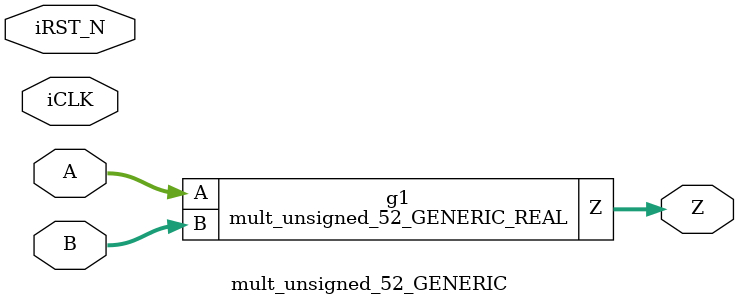
<source format=v>
module add_unsigned_GENERIC_REAL(A, B, Z);
// synthesis_equation add_unsigned
  input [16:0] A, B;
  output [16:0] Z;
  wire [16:0] A, B;
  wire [16:0] Z;
  wire n_53, n_56, n_59, n_61, n_62, n_63, n_64, n_66;
  wire n_67, n_68, n_69, n_70, n_72, n_73, n_74, n_75;
  wire n_76, n_78, n_79, n_80, n_81, n_82, n_84, n_85;
  wire n_86, n_87, n_88, n_90, n_91, n_92, n_93, n_94;
  wire n_96, n_97, n_98, n_99, n_100, n_102, n_103, n_106;
  wire n_108, n_109, n_110, n_112, n_114, n_119, n_120, n_122;
  wire n_124, n_129, n_130, n_132, n_134, n_139, n_142, n_147;
  wire n_151, n_152, n_154, n_158, n_160, n_162, n_164, n_166;
  wire n_169, n_176, n_178, n_181, n_182, n_184, n_185, n_187;
  wire n_188, n_189, n_191, n_196, n_200, n_202, n_205, n_209;
  wire n_211, n_214, n_217, n_220, n_222, n_225, n_234, n_235;
  wire n_236, n_237, n_238, n_239, n_240, n_241, n_242, n_243;
  wire n_244, n_245, n_246, n_247, n_248, n_249, n_250, n_251;
  wire n_252, n_253, n_254, n_255, n_256, n_257, n_258, n_259;
  wire n_260, n_262, n_263, n_264, n_265, n_266, n_267, n_268;
  wire n_269, n_270, n_271, n_272, n_273, n_274, n_275, n_276;
  wire n_277, n_278;
  xor g1 (Z[0], A[0], B[0]);
  nand g2 (n_53, A[0], B[0]);
  nor g6 (n_56, A[1], B[1]);
  nand g7 (n_59, A[1], B[1]);
  nor g8 (n_66, A[2], B[2]);
  nand g9 (n_61, A[2], B[2]);
  nor g10 (n_62, A[3], B[3]);
  nand g11 (n_63, A[3], B[3]);
  nor g12 (n_72, A[4], B[4]);
  nand g13 (n_67, A[4], B[4]);
  nor g14 (n_68, A[5], B[5]);
  nand g15 (n_69, A[5], B[5]);
  nor g16 (n_78, A[6], B[6]);
  nand g17 (n_73, A[6], B[6]);
  nor g18 (n_74, A[7], B[7]);
  nand g19 (n_75, A[7], B[7]);
  nor g20 (n_84, A[8], B[8]);
  nand g21 (n_79, A[8], B[8]);
  nor g22 (n_80, A[9], B[9]);
  nand g23 (n_81, A[9], B[9]);
  nor g24 (n_90, A[10], B[10]);
  nand g25 (n_85, A[10], B[10]);
  nor g26 (n_86, A[11], B[11]);
  nand g27 (n_87, A[11], B[11]);
  nor g28 (n_96, A[12], B[12]);
  nand g29 (n_91, A[12], B[12]);
  nor g30 (n_92, A[13], B[13]);
  nand g31 (n_93, A[13], B[13]);
  nor g32 (n_102, A[14], B[14]);
  nand g33 (n_97, A[14], B[14]);
  nor g34 (n_98, A[15], B[15]);
  nand g35 (n_99, A[15], B[15]);
  nor g36 (n_188, A[16], B[16]);
  nand g37 (n_191, A[16], B[16]);
  nand g40 (n_103, n_59, n_234);
  nor g41 (n_64, n_61, n_62);
  nor g44 (n_106, n_66, n_62);
  nor g45 (n_70, n_67, n_68);
  nor g48 (n_112, n_72, n_68);
  nor g49 (n_76, n_73, n_74);
  nor g52 (n_114, n_78, n_74);
  nor g53 (n_82, n_79, n_80);
  nor g56 (n_122, n_84, n_80);
  nor g57 (n_88, n_85, n_86);
  nor g60 (n_124, n_90, n_86);
  nor g61 (n_94, n_91, n_92);
  nor g64 (n_132, n_96, n_92);
  nor g65 (n_100, n_97, n_98);
  nor g68 (n_134, n_102, n_98);
  nand g71 (n_196, n_61, n_262);
  nand g72 (n_108, n_106, n_103);
  nand g73 (n_139, n_235, n_108);
  nor g74 (n_110, n_78, n_109);
  nand g83 (n_147, n_112, n_114);
  nor g84 (n_120, n_90, n_119);
  nand g93 (n_154, n_122, n_124);
  nor g94 (n_130, n_102, n_129);
  nand g103 (n_162, n_132, n_134);
  nand g106 (n_200, n_67, n_269);
  nand g107 (n_142, n_112, n_139);
  nand g108 (n_202, n_109, n_142);
  nand g111 (n_205, n_263, n_270);
  nand g114 (n_166, n_264, n_271);
  nor g115 (n_152, n_96, n_151);
  nor g118 (n_176, n_96, n_154);
  nor g124 (n_160, n_158, n_151);
  nor g127 (n_182, n_154, n_158);
  nor g128 (n_164, n_162, n_151);
  nor g131 (n_185, n_154, n_162);
  nand g134 (n_209, n_79, n_276);
  nand g135 (n_169, n_122, n_166);
  nand g136 (n_211, n_119, n_169);
  nand g139 (n_214, n_265, n_277);
  nand g142 (n_217, n_151, n_278);
  nand g143 (n_178, n_176, n_166);
  nand g144 (n_220, n_272, n_178);
  nand g145 (n_181, n_260, n_166);
  nand g146 (n_222, n_273, n_181);
  nand g147 (n_184, n_182, n_166);
  nand g148 (n_225, n_274, n_184);
  nand g149 (n_187, n_185, n_166);
  nand g150 (n_189, n_275, n_187);
  xnor g157 (Z[2], n_103, n_242);
  xnor g160 (Z[3], n_196, n_243);
  xnor g162 (Z[4], n_139, n_244);
  xnor g165 (Z[5], n_200, n_245);
  xnor g167 (Z[6], n_202, n_246);
  xnor g170 (Z[7], n_205, n_247);
  xnor g172 (Z[8], n_166, n_248);
  xnor g175 (Z[9], n_209, n_249);
  xnor g177 (Z[10], n_211, n_250);
  xnor g180 (Z[11], n_214, n_251);
  xnor g183 (Z[12], n_217, n_252);
  xnor g186 (Z[13], n_220, n_253);
  xnor g188 (Z[14], n_222, n_254);
  xnor g191 (Z[15], n_225, n_255);
  xnor g193 (Z[16], n_189, n_256);
  or g196 (n_234, n_53, n_56);
  and g197 (n_235, wc, n_63);
  not gc (wc, n_64);
  and g198 (n_109, wc0, n_69);
  not gc0 (wc0, n_70);
  and g199 (n_236, wc1, n_75);
  not gc1 (wc1, n_76);
  and g200 (n_119, wc2, n_81);
  not gc2 (wc2, n_82);
  and g201 (n_237, wc3, n_87);
  not gc3 (wc3, n_88);
  and g202 (n_129, wc4, n_93);
  not gc4 (wc4, n_94);
  and g203 (n_238, wc5, n_99);
  not gc5 (wc5, n_100);
  or g204 (n_239, wc6, n_78);
  not gc6 (wc6, n_112);
  or g205 (n_240, wc7, n_90);
  not gc7 (wc7, n_122);
  or g206 (n_158, wc8, n_102);
  not gc8 (wc8, n_132);
  or g207 (n_241, wc9, n_56);
  not gc9 (wc9, n_59);
  or g208 (n_242, wc10, n_66);
  not gc10 (wc10, n_61);
  or g209 (n_243, wc11, n_62);
  not gc11 (wc11, n_63);
  or g210 (n_244, wc12, n_72);
  not gc12 (wc12, n_67);
  or g211 (n_245, wc13, n_68);
  not gc13 (wc13, n_69);
  or g212 (n_246, wc14, n_78);
  not gc14 (wc14, n_73);
  or g213 (n_247, wc15, n_74);
  not gc15 (wc15, n_75);
  or g214 (n_248, wc16, n_84);
  not gc16 (wc16, n_79);
  or g215 (n_249, wc17, n_80);
  not gc17 (wc17, n_81);
  or g216 (n_250, wc18, n_90);
  not gc18 (wc18, n_85);
  or g217 (n_251, wc19, n_86);
  not gc19 (wc19, n_87);
  or g218 (n_252, wc20, n_96);
  not gc20 (wc20, n_91);
  or g219 (n_253, wc21, n_92);
  not gc21 (wc21, n_93);
  or g220 (n_254, wc22, n_102);
  not gc22 (wc22, n_97);
  or g221 (n_255, wc23, n_98);
  not gc23 (wc23, n_99);
  or g222 (n_256, wc24, n_188);
  not gc24 (wc24, n_191);
  and g223 (n_257, wc25, n_114);
  not gc25 (wc25, n_109);
  and g224 (n_258, wc26, n_124);
  not gc26 (wc26, n_119);
  and g225 (n_259, wc27, n_134);
  not gc27 (wc27, n_129);
  and g226 (n_260, wc28, n_132);
  not gc28 (wc28, n_154);
  xor g227 (Z[1], n_53, n_241);
  or g228 (n_262, wc29, n_66);
  not gc29 (wc29, n_103);
  and g229 (n_263, wc30, n_73);
  not gc30 (wc30, n_110);
  and g230 (n_264, wc31, n_236);
  not gc31 (wc31, n_257);
  and g231 (n_265, wc32, n_85);
  not gc32 (wc32, n_120);
  and g232 (n_151, wc33, n_237);
  not gc33 (wc33, n_258);
  and g233 (n_266, wc34, n_97);
  not gc34 (wc34, n_130);
  and g234 (n_267, wc35, n_238);
  not gc35 (wc35, n_259);
  and g235 (n_268, wc36, n_132);
  not gc36 (wc36, n_151);
  or g236 (n_269, wc37, n_72);
  not gc37 (wc37, n_139);
  or g237 (n_270, n_239, wc38);
  not gc38 (wc38, n_139);
  or g238 (n_271, n_147, wc39);
  not gc39 (wc39, n_139);
  and g239 (n_272, wc40, n_91);
  not gc40 (wc40, n_152);
  and g240 (n_273, wc41, n_129);
  not gc41 (wc41, n_268);
  and g241 (n_274, n_266, wc42);
  not gc42 (wc42, n_160);
  and g242 (n_275, n_267, wc43);
  not gc43 (wc43, n_164);
  or g243 (n_276, wc44, n_84);
  not gc44 (wc44, n_166);
  or g244 (n_277, n_240, wc45);
  not gc45 (wc45, n_166);
  or g245 (n_278, wc46, n_154);
  not gc46 (wc46, n_166);
endmodule

module add_unsigned_GENERIC(A, B, Z, iCLK, iRST_N);
  input [16:0] A, B;
  input iCLK, iRST_N;
  output [16:0] Z;
  wire [16:0] A, B;
  wire iCLK, iRST_N;
  wire [16:0] Z;
  add_unsigned_GENERIC_REAL g1(.A (A), .B (B), .Z (Z));
endmodule

module add_unsigned_122_GENERIC_REAL(A, B, Z);
// synthesis_equation add_unsigned
  input [15:0] A, B;
  output [16:0] Z;
  wire [15:0] A, B;
  wire [16:0] Z;
  wire n_51, n_54, n_57, n_59, n_60, n_61, n_62, n_64;
  wire n_65, n_66, n_67, n_68, n_70, n_71, n_72, n_73;
  wire n_74, n_76, n_77, n_78, n_79, n_80, n_82, n_83;
  wire n_84, n_85, n_86, n_88, n_89, n_90, n_91, n_92;
  wire n_94, n_95, n_96, n_97, n_98, n_100, n_101, n_104;
  wire n_106, n_107, n_108, n_110, n_112, n_117, n_118, n_120;
  wire n_122, n_127, n_128, n_130, n_132, n_137, n_140, n_145;
  wire n_149, n_150, n_152, n_156, n_158, n_160, n_162, n_164;
  wire n_167, n_174, n_176, n_179, n_180, n_182, n_183, n_185;
  wire n_189, n_193, n_195, n_198, n_202, n_204, n_207, n_210;
  wire n_213, n_215, n_218, n_225, n_226, n_227, n_228, n_229;
  wire n_230, n_231, n_232, n_233, n_234, n_235, n_236, n_237;
  wire n_238, n_239, n_240, n_241, n_242, n_243, n_244, n_245;
  wire n_246, n_247, n_248, n_249, n_250, n_252, n_253, n_254;
  wire n_255, n_256, n_257, n_258, n_259, n_260, n_261, n_262;
  wire n_263, n_264, n_265, n_266, n_267, n_268;
  xor g1 (Z[0], A[0], B[0]);
  nand g2 (n_51, A[0], B[0]);
  nor g6 (n_54, A[1], B[1]);
  nand g7 (n_57, A[1], B[1]);
  nor g8 (n_64, A[2], B[2]);
  nand g9 (n_59, A[2], B[2]);
  nor g10 (n_60, A[3], B[3]);
  nand g11 (n_61, A[3], B[3]);
  nor g12 (n_70, A[4], B[4]);
  nand g13 (n_65, A[4], B[4]);
  nor g14 (n_66, A[5], B[5]);
  nand g15 (n_67, A[5], B[5]);
  nor g16 (n_76, A[6], B[6]);
  nand g17 (n_71, A[6], B[6]);
  nor g18 (n_72, A[7], B[7]);
  nand g19 (n_73, A[7], B[7]);
  nor g20 (n_82, A[8], B[8]);
  nand g21 (n_77, A[8], B[8]);
  nor g22 (n_78, A[9], B[9]);
  nand g23 (n_79, A[9], B[9]);
  nor g24 (n_88, A[10], B[10]);
  nand g25 (n_83, A[10], B[10]);
  nor g26 (n_84, A[11], B[11]);
  nand g27 (n_85, A[11], B[11]);
  nor g28 (n_94, A[12], B[12]);
  nand g29 (n_89, A[12], B[12]);
  nor g30 (n_90, A[13], B[13]);
  nand g31 (n_91, A[13], B[13]);
  nor g32 (n_100, A[14], B[14]);
  nand g33 (n_95, A[14], B[14]);
  nor g34 (n_96, A[15], B[15]);
  nand g35 (n_97, A[15], B[15]);
  nand g38 (n_101, n_57, n_225);
  nor g39 (n_62, n_59, n_60);
  nor g42 (n_104, n_64, n_60);
  nor g43 (n_68, n_65, n_66);
  nor g46 (n_110, n_70, n_66);
  nor g47 (n_74, n_71, n_72);
  nor g50 (n_112, n_76, n_72);
  nor g51 (n_80, n_77, n_78);
  nor g54 (n_120, n_82, n_78);
  nor g55 (n_86, n_83, n_84);
  nor g58 (n_122, n_88, n_84);
  nor g59 (n_92, n_89, n_90);
  nor g62 (n_130, n_94, n_90);
  nor g63 (n_98, n_95, n_96);
  nor g66 (n_132, n_100, n_96);
  nand g69 (n_189, n_59, n_252);
  nand g70 (n_106, n_104, n_101);
  nand g71 (n_137, n_226, n_106);
  nor g72 (n_108, n_76, n_107);
  nand g81 (n_145, n_110, n_112);
  nor g82 (n_118, n_88, n_117);
  nand g91 (n_152, n_120, n_122);
  nor g92 (n_128, n_100, n_127);
  nand g101 (n_160, n_130, n_132);
  nand g104 (n_193, n_65, n_259);
  nand g105 (n_140, n_110, n_137);
  nand g106 (n_195, n_107, n_140);
  nand g109 (n_198, n_253, n_260);
  nand g112 (n_164, n_254, n_261);
  nor g113 (n_150, n_94, n_149);
  nor g116 (n_174, n_94, n_152);
  nor g122 (n_158, n_156, n_149);
  nor g125 (n_180, n_152, n_156);
  nor g126 (n_162, n_160, n_149);
  nor g129 (n_183, n_152, n_160);
  nand g132 (n_202, n_77, n_266);
  nand g133 (n_167, n_120, n_164);
  nand g134 (n_204, n_117, n_167);
  nand g137 (n_207, n_255, n_267);
  nand g140 (n_210, n_149, n_268);
  nand g141 (n_176, n_174, n_164);
  nand g142 (n_213, n_262, n_176);
  nand g143 (n_179, n_250, n_164);
  nand g144 (n_215, n_263, n_179);
  nand g145 (n_182, n_180, n_164);
  nand g146 (n_218, n_264, n_182);
  nand g147 (n_185, n_183, n_164);
  nand g148 (Z[16], n_265, n_185);
  xnor g152 (Z[2], n_101, n_233);
  xnor g155 (Z[3], n_189, n_234);
  xnor g157 (Z[4], n_137, n_235);
  xnor g160 (Z[5], n_193, n_236);
  xnor g162 (Z[6], n_195, n_237);
  xnor g165 (Z[7], n_198, n_238);
  xnor g167 (Z[8], n_164, n_239);
  xnor g170 (Z[9], n_202, n_240);
  xnor g172 (Z[10], n_204, n_241);
  xnor g175 (Z[11], n_207, n_242);
  xnor g178 (Z[12], n_210, n_243);
  xnor g181 (Z[13], n_213, n_244);
  xnor g183 (Z[14], n_215, n_245);
  xnor g186 (Z[15], n_218, n_246);
  or g189 (n_225, n_51, n_54);
  and g190 (n_226, wc, n_61);
  not gc (wc, n_62);
  and g191 (n_107, wc0, n_67);
  not gc0 (wc0, n_68);
  and g192 (n_227, wc1, n_73);
  not gc1 (wc1, n_74);
  and g193 (n_117, wc2, n_79);
  not gc2 (wc2, n_80);
  and g194 (n_228, wc3, n_85);
  not gc3 (wc3, n_86);
  and g195 (n_127, wc4, n_91);
  not gc4 (wc4, n_92);
  and g196 (n_229, wc5, n_97);
  not gc5 (wc5, n_98);
  or g197 (n_230, wc6, n_76);
  not gc6 (wc6, n_110);
  or g198 (n_231, wc7, n_88);
  not gc7 (wc7, n_120);
  or g199 (n_156, wc8, n_100);
  not gc8 (wc8, n_130);
  or g200 (n_232, wc9, n_54);
  not gc9 (wc9, n_57);
  or g201 (n_233, wc10, n_64);
  not gc10 (wc10, n_59);
  or g202 (n_234, wc11, n_60);
  not gc11 (wc11, n_61);
  or g203 (n_235, wc12, n_70);
  not gc12 (wc12, n_65);
  or g204 (n_236, wc13, n_66);
  not gc13 (wc13, n_67);
  or g205 (n_237, wc14, n_76);
  not gc14 (wc14, n_71);
  or g206 (n_238, wc15, n_72);
  not gc15 (wc15, n_73);
  or g207 (n_239, wc16, n_82);
  not gc16 (wc16, n_77);
  or g208 (n_240, wc17, n_78);
  not gc17 (wc17, n_79);
  or g209 (n_241, wc18, n_88);
  not gc18 (wc18, n_83);
  or g210 (n_242, wc19, n_84);
  not gc19 (wc19, n_85);
  or g211 (n_243, wc20, n_94);
  not gc20 (wc20, n_89);
  or g212 (n_244, wc21, n_90);
  not gc21 (wc21, n_91);
  or g213 (n_245, wc22, n_100);
  not gc22 (wc22, n_95);
  or g214 (n_246, wc23, n_96);
  not gc23 (wc23, n_97);
  and g215 (n_247, wc24, n_112);
  not gc24 (wc24, n_107);
  and g216 (n_248, wc25, n_122);
  not gc25 (wc25, n_117);
  and g217 (n_249, wc26, n_132);
  not gc26 (wc26, n_127);
  and g218 (n_250, wc27, n_130);
  not gc27 (wc27, n_152);
  xor g219 (Z[1], n_51, n_232);
  or g220 (n_252, wc28, n_64);
  not gc28 (wc28, n_101);
  and g221 (n_253, wc29, n_71);
  not gc29 (wc29, n_108);
  and g222 (n_254, wc30, n_227);
  not gc30 (wc30, n_247);
  and g223 (n_255, wc31, n_83);
  not gc31 (wc31, n_118);
  and g224 (n_149, wc32, n_228);
  not gc32 (wc32, n_248);
  and g225 (n_256, wc33, n_95);
  not gc33 (wc33, n_128);
  and g226 (n_257, wc34, n_229);
  not gc34 (wc34, n_249);
  and g227 (n_258, wc35, n_130);
  not gc35 (wc35, n_149);
  or g228 (n_259, wc36, n_70);
  not gc36 (wc36, n_137);
  or g229 (n_260, n_230, wc37);
  not gc37 (wc37, n_137);
  or g230 (n_261, n_145, wc38);
  not gc38 (wc38, n_137);
  and g231 (n_262, wc39, n_89);
  not gc39 (wc39, n_150);
  and g232 (n_263, wc40, n_127);
  not gc40 (wc40, n_258);
  and g233 (n_264, n_256, wc41);
  not gc41 (wc41, n_158);
  and g234 (n_265, n_257, wc42);
  not gc42 (wc42, n_162);
  or g235 (n_266, wc43, n_82);
  not gc43 (wc43, n_164);
  or g236 (n_267, n_231, wc44);
  not gc44 (wc44, n_164);
  or g237 (n_268, wc45, n_152);
  not gc45 (wc45, n_164);
endmodule

module add_unsigned_122_GENERIC(A, B, Z, iCLK, iRST_N);
  input [15:0] A, B;
  input iCLK, iRST_N;
  output [16:0] Z;
  wire [15:0] A, B;
  wire iCLK, iRST_N;
  wire [16:0] Z;
  add_unsigned_122_GENERIC_REAL g1(.A (A), .B (B), .Z (Z));
endmodule

module mult_unsigned_GENERIC_REAL(A, B, Z);
// synthesis_equation "assign Z = $unsigned(A) * $unsigned(B);"
  input [7:0] A, B;
  output [15:0] Z;
  wire [7:0] A, B;
  wire [15:0] Z;
  wire n_33, n_34, n_35, n_36, n_37, n_38, n_39, n_40;
  wire n_41, n_42, n_43, n_44, n_45, n_46, n_48, n_49;
  wire n_50, n_51, n_52, n_53, n_54, n_55, n_56, n_57;
  wire n_58, n_59, n_60, n_61, n_63, n_64, n_65, n_66;
  wire n_67, n_68, n_69, n_70, n_71, n_72, n_73, n_74;
  wire n_75, n_76, n_77, n_78, n_79, n_80, n_81, n_82;
  wire n_83, n_84, n_85, n_86, n_87, n_88, n_89, n_90;
  wire n_91, n_92, n_93, n_94, n_95, n_96, n_97, n_98;
  wire n_99, n_100, n_101, n_102, n_103, n_104, n_105, n_106;
  wire n_107, n_108, n_109, n_110, n_111, n_112, n_113, n_114;
  wire n_115, n_116, n_117, n_118, n_119, n_120, n_121, n_122;
  wire n_123, n_124, n_125, n_126, n_127, n_128, n_129, n_130;
  wire n_131, n_132, n_133, n_134, n_135, n_136, n_137, n_138;
  wire n_139, n_140, n_141, n_142, n_143, n_144, n_145, n_146;
  wire n_147, n_148, n_149, n_150, n_151, n_152, n_153, n_154;
  wire n_155, n_156, n_157, n_158, n_159, n_160, n_161, n_162;
  wire n_163, n_164, n_165, n_166, n_167, n_168, n_169, n_170;
  wire n_171, n_172, n_173, n_174, n_175, n_176, n_177, n_178;
  wire n_179, n_180, n_181, n_182, n_183, n_184, n_185, n_186;
  wire n_187, n_188, n_189, n_190, n_191, n_192, n_193, n_194;
  wire n_195, n_196, n_197, n_198, n_199, n_200, n_201, n_202;
  wire n_203, n_204, n_205, n_206, n_207, n_208, n_209, n_210;
  wire n_211, n_212, n_213, n_214, n_215, n_216, n_217, n_218;
  wire n_219, n_220, n_221, n_222, n_223, n_224, n_225, n_226;
  wire n_227, n_228, n_229, n_230, n_231, n_232, n_233, n_234;
  wire n_235, n_236, n_237, n_238, n_239, n_240, n_241, n_242;
  wire n_243, n_244, n_245, n_246, n_247, n_248, n_249, n_250;
  wire n_251, n_252, n_253, n_254, n_255, n_256, n_257, n_258;
  wire n_259, n_260, n_261, n_262, n_263, n_264, n_265, n_266;
  wire n_267, n_268, n_269, n_270, n_271, n_272, n_273, n_274;
  wire n_275, n_276, n_277, n_278, n_279, n_280, n_281, n_282;
  wire n_283, n_284, n_285, n_286, n_287, n_288, n_289, n_290;
  wire n_291, n_292, n_293, n_294, n_295, n_296, n_297, n_298;
  wire n_299, n_300, n_301, n_302, n_303, n_304, n_305, n_306;
  wire n_307, n_308, n_309, n_310, n_311, n_312, n_313, n_314;
  wire n_315, n_316, n_317, n_318, n_319, n_320, n_321, n_325;
  wire n_328, n_330, n_333, n_335, n_336, n_338, n_340, n_341;
  wire n_343, n_345, n_346, n_348, n_350, n_351, n_353, n_355;
  wire n_356, n_358, n_360, n_361, n_363, n_365, n_366, n_368;
  wire n_370, n_371, n_373, n_375, n_376, n_378, n_380, n_381;
  wire n_383, n_385, n_386, n_388, n_390, n_391, n_393, n_417;
  wire n_419, n_420, n_422, n_423, n_424, n_425, n_426, n_427;
  wire n_428, n_429, n_430, n_431, n_432, n_433, n_434, n_435;
  wire n_436, n_437, n_438, n_439, n_440, n_441, n_442, n_443;
  wire n_444, n_445;
  and g1 (Z[0], A[0], B[0]);
  and g2 (n_46, A[1], B[0]);
  and g3 (n_45, A[2], B[0]);
  and g4 (n_70, A[3], B[0]);
  and g5 (n_75, A[4], B[0]);
  and g6 (n_83, A[5], B[0]);
  and g7 (n_65, A[6], B[0]);
  and g8 (n_111, A[7], B[0]);
  and g9 (n_61, A[0], B[1]);
  and g10 (n_63, A[1], B[1]);
  and g11 (n_67, A[2], B[1]);
  and g12 (n_74, A[3], B[1]);
  and g13 (n_82, A[4], B[1]);
  and g14 (n_93, A[5], B[1]);
  and g15 (n_108, A[6], B[1]);
  and g16 (n_126, A[7], B[1]);
  and g17 (n_66, A[0], B[2]);
  and g18 (n_68, A[1], B[2]);
  and g19 (n_72, A[2], B[2]);
  and g20 (n_80, A[3], B[2]);
  and g21 (n_91, A[4], B[2]);
  and g22 (n_105, A[5], B[2]);
  and g23 (n_124, A[6], B[2]);
  and g24 (n_142, A[7], B[2]);
  and g25 (n_69, A[0], B[3]);
  and g26 (n_73, A[1], B[3]);
  and g27 (n_64, A[2], B[3]);
  and g28 (n_90, A[3], B[3]);
  and g29 (n_104, A[4], B[3]);
  and g30 (n_122, A[5], B[3]);
  and g31 (n_140, A[6], B[3]);
  and g32 (n_155, A[7], B[3]);
  and g33 (n_76, A[0], B[4]);
  and g34 (n_81, A[1], B[4]);
  and g35 (n_92, A[2], B[4]);
  and g36 (n_103, A[3], B[4]);
  and g37 (n_120, A[4], B[4]);
  and g38 (n_137, A[5], B[4]);
  and g39 (n_154, A[6], B[4]);
  and g40 (n_166, A[7], B[4]);
  and g41 (n_85, A[0], B[5]);
  and g42 (n_94, A[1], B[5]);
  and g43 (n_106, A[2], B[5]);
  and g44 (n_121, A[3], B[5]);
  and g45 (n_138, A[4], B[5]);
  and g46 (n_152, A[5], B[5]);
  and g47 (n_164, A[6], B[5]);
  and g48 (n_174, A[7], B[5]);
  and g49 (n_97, A[0], B[6]);
  and g50 (n_109, A[1], B[6]);
  and g51 (n_125, A[2], B[6]);
  and g52 (n_139, A[3], B[6]);
  and g53 (n_153, A[4], B[6]);
  and g54 (n_165, A[5], B[6]);
  and g55 (n_173, A[6], B[6]);
  and g56 (n_179, A[7], B[6]);
  and g57 (n_112, A[0], B[7]);
  and g58 (n_128, A[1], B[7]);
  and g59 (n_143, A[2], B[7]);
  and g60 (n_156, A[3], B[7]);
  and g61 (n_167, A[4], B[7]);
  and g62 (n_175, A[5], B[7]);
  and g63 (n_180, A[6], B[7]);
  and g64 (n_33, A[7], B[7]);
  xor g107 (n_60, n_63, n_66);
  and g108 (n_44, n_63, n_66);
  xor g109 (n_71, n_67, n_68);
  and g110 (n_78, n_67, n_68);
  xor g111 (n_182, n_69, n_70);
  xor g112 (n_59, n_182, n_71);
  nand g113 (n_183, n_69, n_70);
  nand g114 (n_184, n_71, n_70);
  nand g115 (n_185, n_69, n_71);
  nand g116 (n_43, n_183, n_184, n_185);
  xor g117 (n_77, n_72, n_73);
  and g118 (n_86, n_72, n_73);
  xor g119 (n_186, n_74, n_75);
  xor g120 (n_79, n_186, n_76);
  nand g121 (n_187, n_74, n_75);
  nand g122 (n_188, n_76, n_75);
  nand g123 (n_189, n_74, n_76);
  nand g124 (n_87, n_187, n_188, n_189);
  xor g125 (n_190, n_77, n_78);
  xor g126 (n_58, n_190, n_79);
  nand g127 (n_191, n_77, n_78);
  nand g128 (n_192, n_79, n_78);
  nand g129 (n_193, n_77, n_79);
  nand g130 (n_42, n_191, n_192, n_193);
  xor g131 (n_84, n_80, n_64);
  and g132 (n_95, n_80, n_64);
  xor g133 (n_194, n_81, n_82);
  xor g134 (n_88, n_194, n_83);
  nand g135 (n_195, n_81, n_82);
  nand g136 (n_196, n_83, n_82);
  nand g137 (n_197, n_81, n_83);
  nand g138 (n_98, n_195, n_196, n_197);
  xor g139 (n_198, n_84, n_85);
  xor g140 (n_89, n_198, n_86);
  nand g141 (n_199, n_84, n_85);
  nand g142 (n_200, n_86, n_85);
  nand g143 (n_201, n_84, n_86);
  nand g144 (n_101, n_199, n_200, n_201);
  xor g145 (n_202, n_87, n_88);
  xor g146 (n_57, n_202, n_89);
  nand g147 (n_203, n_87, n_88);
  nand g148 (n_204, n_89, n_88);
  nand g149 (n_205, n_87, n_89);
  nand g150 (n_41, n_203, n_204, n_205);
  xor g151 (n_96, n_90, n_91);
  and g152 (n_110, n_90, n_91);
  xor g153 (n_206, n_92, n_93);
  xor g154 (n_99, n_206, n_94);
  nand g155 (n_207, n_92, n_93);
  nand g156 (n_208, n_94, n_93);
  nand g157 (n_209, n_92, n_94);
  nand g158 (n_113, n_207, n_208, n_209);
  xor g159 (n_210, n_65, n_95);
  xor g160 (n_100, n_210, n_96);
  nand g161 (n_211, n_65, n_95);
  nand g162 (n_212, n_96, n_95);
  nand g163 (n_213, n_65, n_96);
  nand g164 (n_116, n_211, n_212, n_213);
  xor g165 (n_214, n_97, n_98);
  xor g166 (n_102, n_214, n_99);
  nand g167 (n_215, n_97, n_98);
  nand g168 (n_216, n_99, n_98);
  nand g169 (n_217, n_97, n_99);
  nand g170 (n_118, n_215, n_216, n_217);
  xor g171 (n_218, n_100, n_101);
  xor g172 (n_56, n_218, n_102);
  nand g173 (n_219, n_100, n_101);
  nand g174 (n_220, n_102, n_101);
  nand g175 (n_221, n_100, n_102);
  nand g176 (n_40, n_219, n_220, n_221);
  xor g177 (n_107, n_103, n_104);
  and g178 (n_127, n_103, n_104);
  xor g179 (n_222, n_105, n_106);
  xor g180 (n_114, n_222, n_107);
  nand g181 (n_223, n_105, n_106);
  nand g182 (n_224, n_107, n_106);
  nand g183 (n_225, n_105, n_107);
  nand g184 (n_129, n_223, n_224, n_225);
  xor g185 (n_226, n_108, n_109);
  xor g186 (n_115, n_226, n_110);
  nand g187 (n_227, n_108, n_109);
  nand g188 (n_228, n_110, n_109);
  nand g189 (n_229, n_108, n_110);
  nand g190 (n_131, n_227, n_228, n_229);
  xor g191 (n_230, n_111, n_112);
  xor g192 (n_117, n_230, n_113);
  nand g193 (n_231, n_111, n_112);
  nand g194 (n_232, n_113, n_112);
  nand g195 (n_233, n_111, n_113);
  nand g196 (n_133, n_231, n_232, n_233);
  xor g197 (n_234, n_114, n_115);
  xor g198 (n_119, n_234, n_116);
  nand g199 (n_235, n_114, n_115);
  nand g200 (n_236, n_116, n_115);
  nand g201 (n_237, n_114, n_116);
  nand g202 (n_135, n_235, n_236, n_237);
  xor g203 (n_238, n_117, n_118);
  xor g204 (n_55, n_238, n_119);
  nand g205 (n_239, n_117, n_118);
  nand g206 (n_240, n_119, n_118);
  nand g207 (n_241, n_117, n_119);
  nand g208 (n_39, n_239, n_240, n_241);
  xor g209 (n_123, n_120, n_121);
  and g210 (n_141, n_120, n_121);
  xor g211 (n_242, n_122, n_123);
  xor g212 (n_130, n_242, n_124);
  nand g213 (n_243, n_122, n_123);
  nand g214 (n_244, n_124, n_123);
  nand g215 (n_245, n_122, n_124);
  nand g216 (n_145, n_243, n_244, n_245);
  xor g217 (n_246, n_125, n_126);
  xor g218 (n_132, n_246, n_127);
  nand g219 (n_247, n_125, n_126);
  nand g220 (n_248, n_127, n_126);
  nand g221 (n_249, n_125, n_127);
  nand g222 (n_147, n_247, n_248, n_249);
  xor g223 (n_250, n_128, n_129);
  xor g224 (n_134, n_250, n_130);
  nand g225 (n_251, n_128, n_129);
  nand g226 (n_252, n_130, n_129);
  nand g227 (n_253, n_128, n_130);
  nand g228 (n_149, n_251, n_252, n_253);
  xor g229 (n_254, n_131, n_132);
  xor g230 (n_136, n_254, n_133);
  nand g231 (n_255, n_131, n_132);
  nand g232 (n_256, n_133, n_132);
  nand g233 (n_257, n_131, n_133);
  nand g234 (n_151, n_255, n_256, n_257);
  xor g235 (n_258, n_134, n_135);
  xor g236 (n_54, n_258, n_136);
  nand g237 (n_259, n_134, n_135);
  nand g238 (n_260, n_136, n_135);
  nand g239 (n_261, n_134, n_136);
  nand g240 (n_38, n_259, n_260, n_261);
  xor g241 (n_262, n_137, n_138);
  xor g242 (n_144, n_262, n_139);
  nand g243 (n_263, n_137, n_138);
  nand g244 (n_264, n_139, n_138);
  nand g245 (n_265, n_137, n_139);
  nand g246 (n_157, n_263, n_264, n_265);
  xor g247 (n_266, n_140, n_141);
  xor g248 (n_146, n_266, n_142);
  nand g249 (n_267, n_140, n_141);
  nand g250 (n_268, n_142, n_141);
  nand g251 (n_269, n_140, n_142);
  nand g252 (n_159, n_267, n_268, n_269);
  xor g253 (n_270, n_143, n_144);
  xor g254 (n_148, n_270, n_145);
  nand g255 (n_271, n_143, n_144);
  nand g256 (n_272, n_145, n_144);
  nand g257 (n_273, n_143, n_145);
  nand g258 (n_161, n_271, n_272, n_273);
  xor g259 (n_274, n_146, n_147);
  xor g260 (n_150, n_274, n_148);
  nand g261 (n_275, n_146, n_147);
  nand g262 (n_276, n_148, n_147);
  nand g263 (n_277, n_146, n_148);
  nand g264 (n_163, n_275, n_276, n_277);
  xor g265 (n_278, n_149, n_150);
  xor g266 (n_53, n_278, n_151);
  nand g267 (n_279, n_149, n_150);
  nand g268 (n_280, n_151, n_150);
  nand g269 (n_281, n_149, n_151);
  nand g270 (n_52, n_279, n_280, n_281);
  xor g271 (n_282, n_152, n_153);
  xor g272 (n_158, n_282, n_154);
  nand g273 (n_283, n_152, n_153);
  nand g274 (n_284, n_154, n_153);
  nand g275 (n_285, n_152, n_154);
  nand g276 (n_168, n_283, n_284, n_285);
  xor g277 (n_286, n_155, n_156);
  xor g278 (n_160, n_286, n_157);
  nand g279 (n_287, n_155, n_156);
  nand g280 (n_288, n_157, n_156);
  nand g281 (n_289, n_155, n_157);
  nand g282 (n_170, n_287, n_288, n_289);
  xor g283 (n_290, n_158, n_159);
  xor g284 (n_162, n_290, n_160);
  nand g285 (n_291, n_158, n_159);
  nand g286 (n_292, n_160, n_159);
  nand g287 (n_293, n_158, n_160);
  nand g288 (n_172, n_291, n_292, n_293);
  xor g289 (n_294, n_161, n_162);
  xor g290 (n_37, n_294, n_163);
  nand g291 (n_295, n_161, n_162);
  nand g292 (n_296, n_163, n_162);
  nand g293 (n_297, n_161, n_163);
  nand g294 (n_51, n_295, n_296, n_297);
  xor g295 (n_298, n_164, n_165);
  xor g296 (n_169, n_298, n_166);
  nand g297 (n_299, n_164, n_165);
  nand g298 (n_300, n_166, n_165);
  nand g299 (n_301, n_164, n_166);
  nand g300 (n_176, n_299, n_300, n_301);
  xor g301 (n_302, n_167, n_168);
  xor g302 (n_171, n_302, n_169);
  nand g303 (n_303, n_167, n_168);
  nand g304 (n_304, n_169, n_168);
  nand g305 (n_305, n_167, n_169);
  nand g306 (n_178, n_303, n_304, n_305);
  xor g307 (n_306, n_170, n_171);
  xor g308 (n_36, n_306, n_172);
  nand g309 (n_307, n_170, n_171);
  nand g310 (n_308, n_172, n_171);
  nand g311 (n_309, n_170, n_172);
  nand g312 (n_50, n_307, n_308, n_309);
  xor g313 (n_310, n_173, n_174);
  xor g314 (n_177, n_310, n_175);
  nand g315 (n_311, n_173, n_174);
  nand g316 (n_312, n_175, n_174);
  nand g317 (n_313, n_173, n_175);
  nand g318 (n_181, n_311, n_312, n_313);
  xor g319 (n_314, n_176, n_177);
  xor g320 (n_35, n_314, n_178);
  nand g321 (n_315, n_176, n_177);
  nand g322 (n_316, n_178, n_177);
  nand g323 (n_317, n_176, n_178);
  nand g324 (n_49, n_315, n_316, n_317);
  xor g325 (n_318, n_179, n_180);
  xor g326 (n_34, n_318, n_181);
  nand g327 (n_319, n_179, n_180);
  nand g328 (n_320, n_181, n_180);
  nand g329 (n_321, n_179, n_181);
  nand g330 (n_48, n_319, n_320, n_321);
  nor g336 (n_325, n_46, n_61);
  nand g337 (n_328, n_46, n_61);
  nor g338 (n_330, n_45, n_60);
  nand g339 (n_333, n_45, n_60);
  nor g340 (n_335, n_44, n_59);
  nand g341 (n_338, n_44, n_59);
  nor g342 (n_340, n_43, n_58);
  nand g343 (n_343, n_43, n_58);
  nor g344 (n_345, n_42, n_57);
  nand g345 (n_348, n_42, n_57);
  nor g346 (n_350, n_41, n_56);
  nand g347 (n_353, n_41, n_56);
  nor g348 (n_355, n_40, n_55);
  nand g349 (n_358, n_40, n_55);
  nor g350 (n_360, n_39, n_54);
  nand g351 (n_363, n_39, n_54);
  nor g352 (n_365, n_38, n_53);
  nand g353 (n_368, n_38, n_53);
  nor g354 (n_370, n_37, n_52);
  nand g355 (n_373, n_37, n_52);
  nor g356 (n_375, n_36, n_51);
  nand g357 (n_378, n_36, n_51);
  nor g358 (n_380, n_35, n_50);
  nand g359 (n_383, n_35, n_50);
  nor g360 (n_385, n_34, n_49);
  nand g361 (n_388, n_34, n_49);
  nor g362 (n_390, n_33, n_48);
  nand g363 (n_393, n_33, n_48);
  nand g371 (n_336, n_333, n_420);
  nand g374 (n_341, n_338, n_424);
  nand g377 (n_346, n_343, n_428);
  nand g380 (n_351, n_348, n_434);
  nand g383 (n_356, n_353, n_437);
  nand g386 (n_361, n_358, n_438);
  nand g389 (n_366, n_363, n_439);
  nand g392 (n_371, n_368, n_440);
  nand g65 (n_376, n_373, n_441);
  nand g68 (n_381, n_378, n_442);
  nand g71 (n_386, n_383, n_443);
  nand g74 (n_391, n_388, n_444);
  nand g77 (Z[15], n_393, n_445);
  xnor g86 (Z[3], n_336, n_422);
  xnor g88 (Z[4], n_341, n_423);
  xnor g90 (Z[5], n_346, n_425);
  xnor g92 (Z[6], n_351, n_427);
  xnor g94 (Z[7], n_356, n_429);
  xnor g96 (Z[8], n_361, n_431);
  xnor g98 (Z[9], n_366, n_432);
  xnor g100 (Z[10], n_371, n_435);
  xnor g102 (Z[11], n_376, n_436);
  xnor g104 (Z[12], n_381, n_433);
  xnor g106 (Z[13], n_386, n_430);
  xnor g396 (Z[14], n_391, n_426);
  or g400 (n_417, wc, n_325);
  not gc (wc, n_328);
  not g402 (Z[1], n_417);
  or g403 (n_419, wc0, n_330);
  not gc0 (wc0, n_333);
  or g404 (n_420, n_328, n_330);
  xor g405 (Z[2], n_328, n_419);
  or g406 (n_422, wc1, n_335);
  not gc1 (wc1, n_338);
  or g407 (n_423, wc2, n_340);
  not gc2 (wc2, n_343);
  or g408 (n_424, wc3, n_335);
  not gc3 (wc3, n_336);
  or g409 (n_425, wc4, n_345);
  not gc4 (wc4, n_348);
  or g410 (n_426, wc5, n_390);
  not gc5 (wc5, n_393);
  or g411 (n_427, wc6, n_350);
  not gc6 (wc6, n_353);
  or g412 (n_428, wc7, n_340);
  not gc7 (wc7, n_341);
  or g413 (n_429, wc8, n_355);
  not gc8 (wc8, n_358);
  or g414 (n_430, wc9, n_385);
  not gc9 (wc9, n_388);
  or g415 (n_431, wc10, n_360);
  not gc10 (wc10, n_363);
  or g416 (n_432, wc11, n_365);
  not gc11 (wc11, n_368);
  or g417 (n_433, wc12, n_380);
  not gc12 (wc12, n_383);
  or g418 (n_434, wc13, n_345);
  not gc13 (wc13, n_346);
  or g419 (n_435, wc14, n_370);
  not gc14 (wc14, n_373);
  or g420 (n_436, wc15, n_375);
  not gc15 (wc15, n_378);
  or g421 (n_437, wc16, n_350);
  not gc16 (wc16, n_351);
  or g422 (n_438, wc17, n_355);
  not gc17 (wc17, n_356);
  or g423 (n_439, wc18, n_360);
  not gc18 (wc18, n_361);
  or g424 (n_440, wc19, n_365);
  not gc19 (wc19, n_366);
  or g425 (n_441, wc20, n_370);
  not gc20 (wc20, n_371);
  or g426 (n_442, wc21, n_375);
  not gc21 (wc21, n_376);
  or g427 (n_443, wc22, n_380);
  not gc22 (wc22, n_381);
  or g428 (n_444, wc23, n_385);
  not gc23 (wc23, n_386);
  or g429 (n_445, wc24, n_390);
  not gc24 (wc24, n_391);
endmodule

module mult_unsigned_GENERIC(A, B, Z, iCLK, iRST_N);
  input [7:0] A, B;
  input iCLK, iRST_N;
  output [15:0] Z;
  wire [7:0] A, B;
  wire iCLK, iRST_N;
  wire [15:0] Z;
  mult_unsigned_GENERIC_REAL g1(.A (A), .B (B), .Z (Z));
endmodule

module mult_unsigned_120_GENERIC_REAL(A, B, Z);
// synthesis_equation "assign Z = $unsigned(A) * $unsigned(B);"
  input [15:0] A, B;
  output [16:0] Z;
  wire [15:0] A, B;
  wire [16:0] Z;
  wire n_50, n_51, n_52, n_53, n_54, n_55, n_56, n_57;
  wire n_58, n_59, n_60, n_61, n_62, n_63, n_64, n_65;
  wire n_67, n_68, n_69, n_70, n_71, n_72, n_73, n_74;
  wire n_75, n_76, n_77, n_78, n_79, n_80, n_81, n_82;
  wire n_84, n_87, n_88, n_89, n_93, n_94, n_95, n_96;
  wire n_97, n_98, n_99, n_100, n_101, n_102, n_103, n_104;
  wire n_105, n_106, n_107, n_108, n_109, n_110, n_111, n_112;
  wire n_113, n_114, n_115, n_116, n_117, n_118, n_119, n_120;
  wire n_121, n_122, n_123, n_124, n_125, n_126, n_127, n_128;
  wire n_129, n_130, n_131, n_132, n_133, n_134, n_135, n_136;
  wire n_138, n_139, n_145, n_147, n_148, n_149, n_153, n_154;
  wire n_155, n_156, n_157, n_158, n_159, n_160, n_161, n_162;
  wire n_163, n_164, n_165, n_166, n_167, n_168, n_169, n_170;
  wire n_171, n_172, n_173, n_174, n_175, n_176, n_177, n_178;
  wire n_179, n_180, n_181, n_182, n_183, n_184, n_185, n_186;
  wire n_187, n_188, n_189, n_190, n_191, n_192, n_193, n_194;
  wire n_196, n_198, n_199, n_200, n_202, n_203, n_204, n_208;
  wire n_209, n_210, n_211, n_212, n_213, n_214, n_215, n_216;
  wire n_217, n_218, n_219, n_220, n_221, n_222, n_223, n_224;
  wire n_225, n_226, n_227, n_228, n_229, n_230, n_231, n_232;
  wire n_233, n_234, n_235, n_236, n_237, n_238, n_239, n_240;
  wire n_241, n_242, n_243, n_245, n_247, n_248, n_249, n_251;
  wire n_252, n_253, n_257, n_258, n_259, n_260, n_261, n_262;
  wire n_263, n_264, n_265, n_266, n_267, n_268, n_269, n_270;
  wire n_271, n_272, n_273, n_274, n_275, n_276, n_277, n_278;
  wire n_279, n_280, n_281, n_282, n_283, n_284, n_285, n_286;
  wire n_288, n_290, n_291, n_292, n_294, n_295, n_296, n_300;
  wire n_301, n_302, n_303, n_304, n_305, n_306, n_307, n_308;
  wire n_309, n_310, n_311, n_312, n_313, n_314, n_315, n_316;
  wire n_317, n_318, n_319, n_320, n_321, n_322, n_323, n_325;
  wire n_327, n_328, n_329, n_331, n_332, n_333, n_337, n_338;
  wire n_339, n_340, n_341, n_342, n_343, n_344, n_345, n_346;
  wire n_347, n_348, n_349, n_350, n_351, n_352, n_353, n_354;
  wire n_356, n_358, n_359, n_360, n_362, n_363, n_364, n_368;
  wire n_369, n_370, n_371, n_372, n_373, n_374, n_375, n_376;
  wire n_377, n_378, n_379, n_381, n_383, n_384, n_385, n_387;
  wire n_388, n_389, n_393, n_394, n_395, n_396, n_397, n_398;
  wire n_400, n_402, n_403, n_412, n_413, n_414, n_415, n_416;
  wire n_417, n_418, n_419, n_420, n_421, n_422, n_423, n_424;
  wire n_425, n_426, n_427, n_428, n_429, n_430, n_431, n_432;
  wire n_433, n_434, n_435, n_436, n_437, n_438, n_439, n_440;
  wire n_441, n_442, n_443, n_444, n_445, n_446, n_447, n_448;
  wire n_449, n_450, n_451, n_452, n_453, n_454, n_455, n_456;
  wire n_457, n_458, n_459, n_460, n_461, n_462, n_463, n_464;
  wire n_465, n_466, n_467, n_468, n_469, n_470, n_471, n_472;
  wire n_473, n_474, n_475, n_476, n_477, n_478, n_479, n_480;
  wire n_481, n_482, n_483, n_484, n_485, n_486, n_487, n_488;
  wire n_489, n_490, n_491, n_492, n_493, n_494, n_495, n_496;
  wire n_497, n_498, n_499, n_500, n_501, n_502, n_503, n_504;
  wire n_505, n_506, n_507, n_508, n_509, n_510, n_511, n_512;
  wire n_513, n_514, n_515, n_516, n_517, n_518, n_519, n_520;
  wire n_521, n_522, n_523, n_524, n_525, n_526, n_527, n_528;
  wire n_529, n_530, n_531, n_532, n_533, n_534, n_535, n_536;
  wire n_537, n_538, n_539, n_540, n_541, n_542, n_543, n_544;
  wire n_545, n_546, n_547, n_548, n_549, n_550, n_551, n_552;
  wire n_553, n_554, n_555, n_556, n_557, n_558, n_559, n_560;
  wire n_561, n_562, n_563, n_564, n_565, n_566, n_567, n_568;
  wire n_569, n_570, n_571, n_572, n_573, n_574, n_575, n_576;
  wire n_577, n_578, n_579, n_580, n_581, n_582, n_583, n_584;
  wire n_585, n_586, n_587, n_588, n_589, n_590, n_591, n_592;
  wire n_593, n_594, n_595, n_596, n_597, n_598, n_599, n_600;
  wire n_601, n_602, n_603, n_604, n_605, n_606, n_607, n_608;
  wire n_609, n_610, n_611, n_612, n_613, n_614, n_615, n_616;
  wire n_617, n_618, n_619, n_620, n_621, n_622, n_623, n_624;
  wire n_625, n_626, n_627, n_628, n_629, n_630, n_631, n_632;
  wire n_633, n_634, n_635, n_636, n_637, n_638, n_639, n_640;
  wire n_641, n_642, n_643, n_644, n_645, n_646, n_647, n_648;
  wire n_649, n_650, n_651, n_652, n_653, n_654, n_655, n_656;
  wire n_657, n_658, n_659, n_660, n_661, n_662, n_663, n_664;
  wire n_665, n_666, n_667, n_668, n_669, n_670, n_671, n_672;
  wire n_673, n_674, n_675, n_676, n_677, n_678, n_679, n_680;
  wire n_681, n_682, n_683, n_684, n_685, n_686, n_687, n_688;
  wire n_689, n_690, n_691, n_692, n_693, n_694, n_695, n_696;
  wire n_697, n_698, n_699, n_700, n_701, n_702, n_703, n_704;
  wire n_705, n_706, n_707, n_708, n_709, n_710, n_711, n_712;
  wire n_713, n_714, n_715, n_716, n_717, n_718, n_719, n_720;
  wire n_721, n_722, n_723, n_724, n_725, n_726, n_727, n_728;
  wire n_729, n_730, n_731, n_732, n_733, n_734, n_735, n_736;
  wire n_737, n_738, n_739, n_740, n_741, n_745, n_749, n_753;
  wire n_757, n_761, n_765, n_774, n_777, n_779, n_782, n_784;
  wire n_785, n_787, n_789, n_790, n_792, n_794, n_795, n_797;
  wire n_799, n_800, n_802, n_804, n_805, n_807, n_809, n_810;
  wire n_812, n_814, n_815, n_817, n_819, n_820, n_822, n_824;
  wire n_825, n_827, n_829, n_830, n_832, n_834, n_835, n_837;
  wire n_839, n_840, n_842, n_844, n_845, n_847, n_850, n_873;
  wire n_874, n_875, n_876, n_877, n_878, n_879, n_882, n_883;
  wire n_885, n_886, n_888, n_889, n_890, n_891, n_892, n_893;
  wire n_894, n_895, n_896, n_897, n_898, n_899, n_900, n_901;
  wire n_902, n_903, n_904, n_905, n_906, n_907, n_908, n_909;
  wire n_910, n_911, n_912, n_913, n_914, n_915;
  xor g2 (n_87, B[1], B[0]);
  xor g8 (n_88, B[1], A[0]);
  and g12 (Z[0], A[0], B[0]);
  xor g13 (n_93, B[1], A[1]);
  nand g14 (n_94, n_93, B[0]);
  nand g15 (n_95, n_88, n_89);
  nand g16 (n_82, n_94, n_95);
  xor g17 (n_96, B[1], A[2]);
  nand g18 (n_97, n_96, B[0]);
  nand g19 (n_98, n_93, n_89);
  nand g20 (n_81, n_97, n_98);
  xor g21 (n_99, B[1], A[3]);
  nand g22 (n_100, n_99, B[0]);
  nand g23 (n_101, n_96, n_89);
  nand g24 (n_413, n_100, n_101);
  xor g25 (n_102, B[1], A[4]);
  nand g26 (n_103, n_102, B[0]);
  nand g27 (n_104, n_99, n_89);
  nand g28 (n_416, n_103, n_104);
  xor g29 (n_105, B[1], A[5]);
  nand g30 (n_106, n_105, B[0]);
  nand g31 (n_107, n_102, n_89);
  nand g32 (n_419, n_106, n_107);
  xor g33 (n_108, B[1], A[6]);
  nand g34 (n_109, n_108, B[0]);
  nand g35 (n_110, n_105, n_89);
  nand g36 (n_426, n_109, n_110);
  xor g37 (n_111, B[1], A[7]);
  nand g38 (n_112, n_111, B[0]);
  nand g39 (n_113, n_108, n_89);
  nand g40 (n_432, n_112, n_113);
  xor g41 (n_114, B[1], A[8]);
  nand g42 (n_115, n_114, B[0]);
  nand g43 (n_116, n_111, n_89);
  nand g44 (n_441, n_115, n_116);
  xor g45 (n_117, B[1], A[9]);
  nand g46 (n_118, n_117, B[0]);
  nand g47 (n_119, n_114, n_89);
  nand g48 (n_450, n_118, n_119);
  xor g49 (n_120, B[1], A[10]);
  nand g50 (n_121, n_120, B[0]);
  nand g51 (n_122, n_117, n_89);
  nand g52 (n_461, n_121, n_122);
  xor g53 (n_123, B[1], A[11]);
  nand g54 (n_124, n_123, B[0]);
  nand g55 (n_125, n_120, n_89);
  nand g56 (n_474, n_124, n_125);
  xor g57 (n_126, B[1], A[12]);
  nand g58 (n_127, n_126, B[0]);
  nand g59 (n_128, n_123, n_89);
  nand g60 (n_488, n_127, n_128);
  xor g61 (n_129, B[1], A[13]);
  nand g62 (n_130, n_129, B[0]);
  nand g63 (n_131, n_126, n_89);
  nand g64 (n_499, n_130, n_131);
  xor g65 (n_84, B[1], A[14]);
  nand g66 (n_132, n_84, B[0]);
  nand g67 (n_133, n_129, n_89);
  nand g68 (n_516, n_132, n_133);
  xor g69 (n_134, B[1], A[15]);
  nand g70 (n_135, n_134, B[0]);
  nand g71 (n_136, n_84, n_89);
  nand g72 (n_533, n_135, n_136);
  nand g74 (n_138, B[1], B[0]);
  nand g75 (n_139, n_134, n_89);
  nand g76 (n_553, n_138, n_139);
  xor g81 (n_145, B[2], B[1]);
  xor g82 (n_147, B[3], B[2]);
  nor g86 (n_198, B[1], B[2]);
  nand g87 (n_196, B[1], B[2]);
  xor g88 (n_148, B[3], A[0]);
  and g92 (n_64, A[0], n_145);
  xor g93 (n_153, B[3], A[1]);
  nand g94 (n_154, n_153, n_145);
  nand g95 (n_155, n_148, n_149);
  nand g96 (n_63, n_154, n_155);
  xor g97 (n_156, B[3], A[2]);
  nand g98 (n_157, n_156, n_145);
  nand g99 (n_158, n_153, n_149);
  nand g100 (n_414, n_157, n_158);
  xor g101 (n_159, B[3], A[3]);
  nand g102 (n_160, n_159, n_145);
  nand g103 (n_161, n_156, n_149);
  nand g104 (n_417, n_160, n_161);
  xor g105 (n_162, B[3], A[4]);
  nand g106 (n_163, n_162, n_145);
  nand g107 (n_164, n_159, n_149);
  nand g108 (n_422, n_163, n_164);
  xor g109 (n_165, B[3], A[5]);
  nand g110 (n_166, n_165, n_145);
  nand g111 (n_167, n_162, n_149);
  nand g112 (n_428, n_166, n_167);
  xor g113 (n_168, B[3], A[6]);
  nand g114 (n_169, n_168, n_145);
  nand g115 (n_170, n_165, n_149);
  nand g116 (n_438, n_169, n_170);
  xor g117 (n_171, B[3], A[7]);
  nand g118 (n_172, n_171, n_145);
  nand g119 (n_173, n_168, n_149);
  nand g120 (n_449, n_172, n_173);
  xor g121 (n_174, B[3], A[8]);
  nand g122 (n_175, n_174, n_145);
  nand g123 (n_176, n_171, n_149);
  nand g124 (n_459, n_175, n_176);
  xor g125 (n_177, B[3], A[9]);
  nand g126 (n_178, n_177, n_145);
  nand g127 (n_179, n_174, n_149);
  nand g128 (n_473, n_178, n_179);
  xor g129 (n_180, B[3], A[10]);
  nand g130 (n_181, n_180, n_145);
  nand g131 (n_182, n_177, n_149);
  nand g132 (n_487, n_181, n_182);
  xor g133 (n_183, B[3], A[11]);
  nand g134 (n_184, n_183, n_145);
  nand g135 (n_185, n_180, n_149);
  nand g136 (n_505, n_184, n_185);
  xor g137 (n_186, B[3], A[12]);
  nand g138 (n_187, n_186, n_145);
  nand g139 (n_188, n_183, n_149);
  nand g140 (n_521, n_187, n_188);
  xor g141 (n_189, B[3], A[13]);
  nand g142 (n_190, n_189, n_145);
  nand g143 (n_191, n_186, n_149);
  nand g144 (n_534, n_190, n_191);
  xor g145 (n_192, B[3], A[14]);
  nand g146 (n_193, n_192, n_145);
  nand g147 (n_194, n_189, n_149);
  nand g148 (n_554, n_193, n_194);
  or g151 (n_199, n_873, n_198);
  and g152 (n_412, B[3], n_199);
  xor g153 (n_200, B[4], B[3]);
  xor g154 (n_202, B[5], B[4]);
  nor g158 (n_247, B[3], B[4]);
  nand g159 (n_245, B[3], B[4]);
  xor g160 (n_203, B[5], A[0]);
  and g164 (n_415, A[0], n_200);
  xor g165 (n_208, B[5], A[1]);
  nand g166 (n_209, n_208, n_200);
  nand g167 (n_210, n_203, n_204);
  nand g168 (n_421, n_209, n_210);
  xor g169 (n_211, B[5], A[2]);
  nand g170 (n_212, n_211, n_200);
  nand g171 (n_213, n_208, n_204);
  nand g172 (n_425, n_212, n_213);
  xor g173 (n_214, B[5], A[3]);
  nand g174 (n_215, n_214, n_200);
  nand g175 (n_216, n_211, n_204);
  nand g176 (n_430, n_215, n_216);
  xor g177 (n_217, B[5], A[4]);
  nand g178 (n_218, n_217, n_200);
  nand g179 (n_219, n_214, n_204);
  nand g180 (n_436, n_218, n_219);
  xor g181 (n_220, B[5], A[5]);
  nand g182 (n_221, n_220, n_200);
  nand g183 (n_222, n_217, n_204);
  nand g184 (n_445, n_221, n_222);
  xor g185 (n_223, B[5], A[6]);
  nand g186 (n_224, n_223, n_200);
  nand g187 (n_225, n_220, n_204);
  nand g188 (n_456, n_224, n_225);
  xor g189 (n_226, B[5], A[7]);
  nand g190 (n_227, n_226, n_200);
  nand g191 (n_228, n_223, n_204);
  nand g192 (n_470, n_227, n_228);
  xor g193 (n_229, B[5], A[8]);
  nand g194 (n_230, n_229, n_200);
  nand g195 (n_231, n_226, n_204);
  nand g196 (n_484, n_230, n_231);
  xor g197 (n_232, B[5], A[9]);
  nand g198 (n_233, n_232, n_200);
  nand g199 (n_234, n_229, n_204);
  nand g200 (n_501, n_233, n_234);
  xor g201 (n_235, B[5], A[10]);
  nand g202 (n_236, n_235, n_200);
  nand g203 (n_237, n_232, n_204);
  nand g204 (n_518, n_236, n_237);
  xor g205 (n_238, B[5], A[11]);
  nand g206 (n_239, n_238, n_200);
  nand g207 (n_240, n_235, n_204);
  nand g208 (n_540, n_239, n_240);
  xor g209 (n_241, B[5], A[12]);
  nand g210 (n_242, n_241, n_200);
  nand g211 (n_243, n_238, n_204);
  nand g212 (n_560, n_242, n_243);
  or g215 (n_248, n_874, n_247);
  and g216 (n_418, B[5], n_248);
  xor g217 (n_249, B[6], B[5]);
  xor g218 (n_251, B[7], B[6]);
  nor g222 (n_290, B[5], B[6]);
  nand g223 (n_288, B[5], B[6]);
  xor g224 (n_252, B[7], A[0]);
  and g228 (n_423, A[0], n_249);
  xor g229 (n_257, B[7], A[1]);
  nand g230 (n_258, n_257, n_249);
  nand g231 (n_259, n_252, n_253);
  nand g232 (n_433, n_258, n_259);
  xor g233 (n_260, B[7], A[2]);
  nand g234 (n_261, n_260, n_249);
  nand g235 (n_262, n_257, n_253);
  nand g236 (n_440, n_261, n_262);
  xor g237 (n_263, B[7], A[3]);
  nand g238 (n_264, n_263, n_249);
  nand g239 (n_265, n_260, n_253);
  nand g240 (n_447, n_264, n_265);
  xor g241 (n_266, B[7], A[4]);
  nand g242 (n_267, n_266, n_249);
  nand g243 (n_268, n_263, n_253);
  nand g244 (n_458, n_267, n_268);
  xor g245 (n_269, B[7], A[5]);
  nand g246 (n_270, n_269, n_249);
  nand g247 (n_271, n_266, n_253);
  nand g248 (n_469, n_270, n_271);
  xor g249 (n_272, B[7], A[6]);
  nand g250 (n_273, n_272, n_249);
  nand g251 (n_274, n_269, n_253);
  nand g252 (n_483, n_273, n_274);
  xor g253 (n_275, B[7], A[7]);
  nand g254 (n_276, n_275, n_249);
  nand g255 (n_277, n_272, n_253);
  nand g256 (n_498, n_276, n_277);
  xor g257 (n_278, B[7], A[8]);
  nand g258 (n_279, n_278, n_249);
  nand g259 (n_280, n_275, n_253);
  nand g260 (n_514, n_279, n_280);
  xor g261 (n_281, B[7], A[9]);
  nand g262 (n_282, n_281, n_249);
  nand g263 (n_283, n_278, n_253);
  nand g264 (n_535, n_282, n_283);
  xor g265 (n_284, B[7], A[10]);
  nand g266 (n_285, n_284, n_249);
  nand g267 (n_286, n_281, n_253);
  nand g268 (n_555, n_285, n_286);
  or g271 (n_291, n_875, n_290);
  and g272 (n_429, B[7], n_291);
  xor g273 (n_292, B[8], B[7]);
  xor g274 (n_294, B[9], B[8]);
  nor g278 (n_327, B[7], B[8]);
  nand g279 (n_325, B[7], B[8]);
  xor g280 (n_295, B[9], A[0]);
  and g284 (n_437, A[0], n_292);
  xor g285 (n_300, B[9], A[1]);
  nand g286 (n_301, n_300, n_292);
  nand g287 (n_302, n_295, n_296);
  nand g288 (n_451, n_301, n_302);
  xor g289 (n_303, B[9], A[2]);
  nand g290 (n_304, n_303, n_292);
  nand g291 (n_305, n_300, n_296);
  nand g292 (n_462, n_304, n_305);
  xor g293 (n_306, B[9], A[3]);
  nand g294 (n_307, n_306, n_292);
  nand g295 (n_308, n_303, n_296);
  nand g296 (n_471, n_307, n_308);
  xor g297 (n_309, B[9], A[4]);
  nand g298 (n_310, n_309, n_292);
  nand g299 (n_311, n_306, n_296);
  nand g300 (n_485, n_310, n_311);
  xor g301 (n_312, B[9], A[5]);
  nand g302 (n_313, n_312, n_292);
  nand g303 (n_314, n_309, n_296);
  nand g304 (n_500, n_313, n_314);
  xor g305 (n_315, B[9], A[6]);
  nand g306 (n_316, n_315, n_292);
  nand g307 (n_317, n_312, n_296);
  nand g308 (n_517, n_316, n_317);
  xor g309 (n_318, B[9], A[7]);
  nand g310 (n_319, n_318, n_292);
  nand g311 (n_320, n_315, n_296);
  nand g312 (n_536, n_319, n_320);
  xor g313 (n_321, B[9], A[8]);
  nand g314 (n_322, n_321, n_292);
  nand g315 (n_323, n_318, n_296);
  nand g316 (n_556, n_322, n_323);
  or g319 (n_328, n_876, n_327);
  and g320 (n_446, B[9], n_328);
  xor g321 (n_329, B[10], B[9]);
  xor g322 (n_331, B[11], B[10]);
  nor g326 (n_358, B[9], B[10]);
  nand g327 (n_356, B[9], B[10]);
  xor g328 (n_332, B[11], A[0]);
  and g332 (n_457, A[0], n_329);
  xor g333 (n_337, B[11], A[1]);
  nand g334 (n_338, n_337, n_329);
  nand g335 (n_339, n_332, n_333);
  nand g336 (n_472, n_338, n_339);
  xor g337 (n_340, B[11], A[2]);
  nand g338 (n_341, n_340, n_329);
  nand g339 (n_342, n_337, n_333);
  nand g340 (n_486, n_341, n_342);
  xor g341 (n_343, B[11], A[3]);
  nand g342 (n_344, n_343, n_329);
  nand g343 (n_345, n_340, n_333);
  nand g344 (n_502, n_344, n_345);
  xor g345 (n_346, B[11], A[4]);
  nand g346 (n_347, n_346, n_329);
  nand g347 (n_348, n_343, n_333);
  nand g348 (n_519, n_347, n_348);
  xor g349 (n_349, B[11], A[5]);
  nand g350 (n_350, n_349, n_329);
  nand g351 (n_351, n_346, n_333);
  nand g352 (n_537, n_350, n_351);
  xor g353 (n_352, B[11], A[6]);
  nand g354 (n_353, n_352, n_329);
  nand g355 (n_354, n_349, n_333);
  nand g356 (n_557, n_353, n_354);
  or g359 (n_359, n_877, n_358);
  and g360 (n_468, B[11], n_359);
  xor g361 (n_360, B[12], B[11]);
  xor g362 (n_362, B[13], B[12]);
  nor g366 (n_383, B[11], B[12]);
  nand g367 (n_381, B[11], B[12]);
  xor g368 (n_363, B[13], A[0]);
  and g372 (n_482, A[0], n_360);
  xor g373 (n_368, B[13], A[1]);
  nand g374 (n_369, n_368, n_360);
  nand g375 (n_370, n_363, n_364);
  nand g376 (n_503, n_369, n_370);
  xor g377 (n_371, B[13], A[2]);
  nand g378 (n_372, n_371, n_360);
  nand g379 (n_373, n_368, n_364);
  nand g380 (n_520, n_372, n_373);
  xor g381 (n_374, B[13], A[3]);
  nand g382 (n_375, n_374, n_360);
  nand g383 (n_376, n_371, n_364);
  nand g384 (n_538, n_375, n_376);
  xor g385 (n_377, B[13], A[4]);
  nand g386 (n_378, n_377, n_360);
  nand g387 (n_379, n_374, n_364);
  nand g388 (n_558, n_378, n_379);
  or g391 (n_384, n_878, n_383);
  and g392 (n_497, B[13], n_384);
  xor g393 (n_385, B[14], B[13]);
  xor g394 (n_387, B[15], B[14]);
  nor g398 (n_402, B[13], B[14]);
  nand g399 (n_400, B[13], B[14]);
  xor g400 (n_388, B[15], A[0]);
  and g404 (n_515, A[0], n_385);
  xor g405 (n_393, B[15], A[1]);
  nand g406 (n_394, n_393, n_385);
  nand g407 (n_395, n_388, n_389);
  nand g408 (n_539, n_394, n_395);
  xor g409 (n_396, B[15], A[2]);
  nand g410 (n_397, n_396, n_385);
  nand g411 (n_398, n_393, n_389);
  nand g412 (n_559, n_397, n_398);
  or g415 (n_403, n_879, n_402);
  and g416 (n_532, B[15], n_403);
  and g428 (n_552, A[0], B[15]);
  xor g485 (n_80, n_412, n_413);
  and g486 (n_62, n_412, n_413);
  xor g487 (n_573, n_414, n_415);
  xor g488 (n_79, n_573, n_416);
  nand g489 (n_574, n_414, n_415);
  nand g490 (n_575, n_416, n_415);
  nand g491 (n_576, n_414, n_416);
  nand g492 (n_61, n_574, n_575, n_576);
  xor g493 (n_420, n_417, n_418);
  and g494 (n_424, n_417, n_418);
  xor g495 (n_577, n_419, n_420);
  xor g496 (n_78, n_577, n_421);
  nand g497 (n_578, n_419, n_420);
  nand g498 (n_579, n_421, n_420);
  nand g499 (n_580, n_419, n_421);
  nand g500 (n_427, n_578, n_579, n_580);
  xor g501 (n_581, n_422, n_423);
  xor g502 (n_60, n_581, n_424);
  nand g503 (n_582, n_422, n_423);
  nand g504 (n_583, n_424, n_423);
  nand g505 (n_584, n_422, n_424);
  nand g506 (n_434, n_582, n_583, n_584);
  xor g507 (n_585, n_425, n_426);
  xor g508 (n_77, n_585, n_427);
  nand g509 (n_586, n_425, n_426);
  nand g510 (n_587, n_427, n_426);
  nand g511 (n_588, n_425, n_427);
  nand g512 (n_59, n_586, n_587, n_588);
  xor g513 (n_431, n_428, n_429);
  and g514 (n_439, n_428, n_429);
  xor g515 (n_589, n_430, n_431);
  xor g516 (n_435, n_589, n_432);
  nand g517 (n_590, n_430, n_431);
  nand g518 (n_591, n_432, n_431);
  nand g519 (n_592, n_430, n_432);
  nand g520 (n_443, n_590, n_591, n_592);
  xor g521 (n_593, n_433, n_434);
  xor g522 (n_76, n_593, n_435);
  nand g523 (n_594, n_433, n_434);
  nand g524 (n_595, n_435, n_434);
  nand g525 (n_596, n_433, n_435);
  nand g526 (n_58, n_594, n_595, n_596);
  xor g527 (n_597, n_436, n_437);
  xor g528 (n_442, n_597, n_438);
  nand g529 (n_598, n_436, n_437);
  nand g530 (n_599, n_438, n_437);
  nand g531 (n_600, n_436, n_438);
  nand g532 (n_452, n_598, n_599, n_600);
  xor g533 (n_601, n_439, n_440);
  xor g534 (n_444, n_601, n_441);
  nand g535 (n_602, n_439, n_440);
  nand g536 (n_603, n_441, n_440);
  nand g537 (n_604, n_439, n_441);
  nand g538 (n_453, n_602, n_603, n_604);
  xor g539 (n_605, n_442, n_443);
  xor g540 (n_75, n_605, n_444);
  nand g541 (n_606, n_442, n_443);
  nand g542 (n_607, n_444, n_443);
  nand g543 (n_608, n_442, n_444);
  nand g544 (n_57, n_606, n_607, n_608);
  xor g545 (n_448, n_445, n_446);
  and g546 (n_460, n_445, n_446);
  xor g547 (n_609, n_447, n_448);
  xor g548 (n_454, n_609, n_449);
  nand g549 (n_610, n_447, n_448);
  nand g550 (n_611, n_449, n_448);
  nand g551 (n_612, n_447, n_449);
  nand g552 (n_463, n_610, n_611, n_612);
  xor g553 (n_613, n_450, n_451);
  xor g554 (n_455, n_613, n_452);
  nand g555 (n_614, n_450, n_451);
  nand g556 (n_615, n_452, n_451);
  nand g557 (n_616, n_450, n_452);
  nand g558 (n_466, n_614, n_615, n_616);
  xor g559 (n_617, n_453, n_454);
  xor g560 (n_74, n_617, n_455);
  nand g561 (n_618, n_453, n_454);
  nand g562 (n_619, n_455, n_454);
  nand g563 (n_620, n_453, n_455);
  nand g564 (n_56, n_618, n_619, n_620);
  xor g565 (n_621, n_456, n_457);
  xor g566 (n_464, n_621, n_458);
  nand g567 (n_622, n_456, n_457);
  nand g568 (n_623, n_458, n_457);
  nand g569 (n_624, n_456, n_458);
  nand g570 (n_476, n_622, n_623, n_624);
  xor g571 (n_625, n_459, n_460);
  xor g572 (n_465, n_625, n_461);
  nand g573 (n_626, n_459, n_460);
  nand g574 (n_627, n_461, n_460);
  nand g575 (n_628, n_459, n_461);
  nand g576 (n_477, n_626, n_627, n_628);
  xor g577 (n_629, n_462, n_463);
  xor g578 (n_467, n_629, n_464);
  nand g579 (n_630, n_462, n_463);
  nand g580 (n_631, n_464, n_463);
  nand g581 (n_632, n_462, n_464);
  nand g582 (n_479, n_630, n_631, n_632);
  xor g583 (n_633, n_465, n_466);
  xor g584 (n_73, n_633, n_467);
  nand g585 (n_634, n_465, n_466);
  nand g586 (n_635, n_467, n_466);
  nand g587 (n_636, n_465, n_467);
  nand g588 (n_55, n_634, n_635, n_636);
  xor g589 (n_475, n_468, n_469);
  and g590 (n_489, n_468, n_469);
  xor g591 (n_637, n_470, n_471);
  xor g592 (n_478, n_637, n_472);
  nand g593 (n_638, n_470, n_471);
  nand g594 (n_639, n_472, n_471);
  nand g595 (n_640, n_470, n_472);
  nand g596 (n_491, n_638, n_639, n_640);
  xor g597 (n_641, n_473, n_474);
  xor g598 (n_480, n_641, n_475);
  nand g599 (n_642, n_473, n_474);
  nand g600 (n_643, n_475, n_474);
  nand g601 (n_644, n_473, n_475);
  nand g602 (n_492, n_642, n_643, n_644);
  xor g603 (n_645, n_476, n_477);
  xor g604 (n_481, n_645, n_478);
  nand g605 (n_646, n_476, n_477);
  nand g606 (n_647, n_478, n_477);
  nand g607 (n_648, n_476, n_478);
  nand g608 (n_495, n_646, n_647, n_648);
  xor g609 (n_649, n_479, n_480);
  xor g610 (n_72, n_649, n_481);
  nand g611 (n_650, n_479, n_480);
  nand g612 (n_651, n_481, n_480);
  nand g613 (n_652, n_479, n_481);
  nand g614 (n_54, n_650, n_651, n_652);
  xor g615 (n_653, n_482, n_483);
  xor g616 (n_490, n_653, n_484);
  nand g617 (n_654, n_482, n_483);
  nand g618 (n_655, n_484, n_483);
  nand g619 (n_656, n_482, n_484);
  nand g620 (n_506, n_654, n_655, n_656);
  xor g621 (n_657, n_485, n_486);
  xor g622 (n_493, n_657, n_487);
  nand g623 (n_658, n_485, n_486);
  nand g624 (n_659, n_487, n_486);
  nand g625 (n_660, n_485, n_487);
  nand g626 (n_507, n_658, n_659, n_660);
  xor g627 (n_661, n_488, n_489);
  xor g628 (n_494, n_661, n_490);
  nand g629 (n_662, n_488, n_489);
  nand g630 (n_663, n_490, n_489);
  nand g631 (n_664, n_488, n_490);
  nand g632 (n_510, n_662, n_663, n_664);
  xor g633 (n_665, n_491, n_492);
  xor g634 (n_496, n_665, n_493);
  nand g635 (n_666, n_491, n_492);
  nand g636 (n_667, n_493, n_492);
  nand g637 (n_668, n_491, n_493);
  nand g638 (n_512, n_666, n_667, n_668);
  xor g639 (n_669, n_494, n_495);
  xor g640 (n_71, n_669, n_496);
  nand g641 (n_670, n_494, n_495);
  nand g642 (n_671, n_496, n_495);
  nand g643 (n_672, n_494, n_496);
  nand g644 (n_53, n_670, n_671, n_672);
  xor g645 (n_504, n_497, n_498);
  and g646 (n_522, n_497, n_498);
  xor g647 (n_673, n_499, n_500);
  xor g648 (n_509, n_673, n_501);
  nand g649 (n_674, n_499, n_500);
  nand g650 (n_675, n_501, n_500);
  nand g651 (n_676, n_499, n_501);
  nand g652 (n_523, n_674, n_675, n_676);
  xor g653 (n_677, n_502, n_503);
  xor g654 (n_508, n_677, n_504);
  nand g655 (n_678, n_502, n_503);
  nand g656 (n_679, n_504, n_503);
  nand g657 (n_680, n_502, n_504);
  nand g658 (n_526, n_678, n_679, n_680);
  xor g659 (n_681, n_505, n_506);
  xor g660 (n_511, n_681, n_507);
  nand g661 (n_682, n_505, n_506);
  nand g662 (n_683, n_507, n_506);
  nand g663 (n_684, n_505, n_507);
  nand g664 (n_528, n_682, n_683, n_684);
  xor g665 (n_685, n_508, n_509);
  xor g666 (n_513, n_685, n_510);
  nand g667 (n_686, n_508, n_509);
  nand g668 (n_687, n_510, n_509);
  nand g669 (n_688, n_508, n_510);
  nand g670 (n_531, n_686, n_687, n_688);
  xor g671 (n_689, n_511, n_512);
  xor g672 (n_70, n_689, n_513);
  nand g673 (n_690, n_511, n_512);
  nand g674 (n_691, n_513, n_512);
  nand g675 (n_692, n_511, n_513);
  nand g676 (n_52, n_690, n_691, n_692);
  xor g677 (n_693, n_514, n_515);
  xor g678 (n_524, n_693, n_516);
  nand g679 (n_694, n_514, n_515);
  nand g680 (n_695, n_516, n_515);
  nand g681 (n_696, n_514, n_516);
  nand g682 (n_543, n_694, n_695, n_696);
  xor g683 (n_697, n_517, n_518);
  xor g684 (n_525, n_697, n_519);
  nand g685 (n_698, n_517, n_518);
  nand g686 (n_699, n_519, n_518);
  nand g687 (n_700, n_517, n_519);
  nand g688 (n_542, n_698, n_699, n_700);
  xor g689 (n_701, n_520, n_521);
  xor g690 (n_527, n_701, n_522);
  nand g691 (n_702, n_520, n_521);
  nand g692 (n_703, n_522, n_521);
  nand g693 (n_704, n_520, n_522);
  nand g694 (n_545, n_702, n_703, n_704);
  xor g695 (n_705, n_523, n_524);
  xor g696 (n_529, n_705, n_525);
  nand g697 (n_706, n_523, n_524);
  nand g698 (n_707, n_525, n_524);
  nand g699 (n_708, n_523, n_525);
  nand g700 (n_548, n_706, n_707, n_708);
  xor g701 (n_709, n_526, n_527);
  xor g702 (n_530, n_709, n_528);
  nand g703 (n_710, n_526, n_527);
  nand g704 (n_711, n_528, n_527);
  nand g705 (n_712, n_526, n_528);
  nand g706 (n_550, n_710, n_711, n_712);
  xor g707 (n_713, n_529, n_530);
  xor g708 (n_69, n_713, n_531);
  nand g709 (n_714, n_529, n_530);
  nand g710 (n_715, n_531, n_530);
  nand g711 (n_716, n_529, n_531);
  nand g712 (n_51, n_714, n_715, n_716);
  xor g713 (n_541, n_532, n_533);
  and g714 (n_561, n_532, n_533);
  xor g715 (n_717, n_534, n_535);
  xor g716 (n_546, n_717, n_536);
  nand g717 (n_718, n_534, n_535);
  nand g718 (n_719, n_536, n_535);
  nand g719 (n_720, n_534, n_536);
  nand g720 (n_562, n_718, n_719, n_720);
  xor g721 (n_721, n_537, n_538);
  xor g722 (n_544, n_721, n_539);
  nand g723 (n_722, n_537, n_538);
  nand g724 (n_723, n_539, n_538);
  nand g725 (n_724, n_537, n_539);
  nand g726 (n_565, n_722, n_723, n_724);
  xor g727 (n_725, n_540, n_541);
  xor g728 (n_547, n_725, n_542);
  nand g729 (n_726, n_540, n_541);
  nand g730 (n_727, n_542, n_541);
  nand g731 (n_728, n_540, n_542);
  nand g732 (n_567, n_726, n_727, n_728);
  xor g733 (n_729, n_543, n_544);
  xor g734 (n_549, n_729, n_545);
  nand g735 (n_730, n_543, n_544);
  nand g736 (n_731, n_545, n_544);
  nand g737 (n_732, n_543, n_545);
  nand g738 (n_569, n_730, n_731, n_732);
  xor g739 (n_733, n_546, n_547);
  xor g740 (n_551, n_733, n_548);
  nand g741 (n_734, n_546, n_547);
  nand g742 (n_735, n_548, n_547);
  nand g743 (n_736, n_546, n_548);
  nand g744 (n_571, n_734, n_735, n_736);
  xor g745 (n_737, n_549, n_550);
  xor g746 (n_68, n_737, n_551);
  nand g747 (n_738, n_549, n_550);
  nand g748 (n_739, n_551, n_550);
  nand g749 (n_740, n_549, n_551);
  nand g750 (n_50, n_738, n_739, n_740);
  xor g751 (n_741, n_552, n_553);
  xor g752 (n_563, n_741, n_554);
  xor g757 (n_745, n_555, n_556);
  xor g758 (n_564, n_745, n_557);
  xor g763 (n_749, n_558, n_559);
  xor g764 (n_566, n_749, n_560);
  xor g769 (n_753, n_561, n_562);
  xor g770 (n_568, n_753, n_563);
  xor g775 (n_757, n_564, n_565);
  xor g776 (n_570, n_757, n_566);
  xor g781 (n_761, n_567, n_568);
  xor g782 (n_572, n_761, n_569);
  xor g787 (n_765, n_570, n_571);
  xor g788 (n_67, n_765, n_572);
  nor g800 (n_774, n_65, n_82);
  nand g801 (n_777, n_65, n_82);
  nor g802 (n_779, n_64, n_81);
  nand g803 (n_782, n_64, n_81);
  nor g804 (n_784, n_63, n_80);
  nand g805 (n_787, n_63, n_80);
  nor g806 (n_789, n_62, n_79);
  nand g807 (n_792, n_62, n_79);
  nor g808 (n_794, n_61, n_78);
  nand g809 (n_797, n_61, n_78);
  nor g810 (n_799, n_60, n_77);
  nand g811 (n_802, n_60, n_77);
  nor g812 (n_804, n_59, n_76);
  nand g813 (n_807, n_59, n_76);
  nor g814 (n_809, n_58, n_75);
  nand g815 (n_812, n_58, n_75);
  nor g816 (n_814, n_57, n_74);
  nand g817 (n_817, n_57, n_74);
  nor g818 (n_819, n_56, n_73);
  nand g819 (n_822, n_56, n_73);
  nor g820 (n_824, n_55, n_72);
  nand g821 (n_827, n_55, n_72);
  nor g822 (n_829, n_54, n_71);
  nand g823 (n_832, n_54, n_71);
  nor g824 (n_834, n_53, n_70);
  nand g825 (n_837, n_53, n_70);
  nor g826 (n_839, n_52, n_69);
  nand g827 (n_842, n_52, n_69);
  nor g828 (n_844, n_51, n_68);
  nand g829 (n_847, n_51, n_68);
  nand g837 (n_785, n_782, n_886);
  nand g840 (n_790, n_787, n_890);
  nand g843 (n_795, n_792, n_895);
  nand g846 (n_800, n_797, n_903);
  nand g849 (n_805, n_802, n_906);
  nand g852 (n_810, n_807, n_907);
  nand g855 (n_815, n_812, n_908);
  nand g858 (n_820, n_817, n_909);
  nand g861 (n_825, n_822, n_910);
  nand g864 (n_830, n_827, n_911);
  nand g867 (n_835, n_832, n_912);
  nand g870 (n_840, n_837, n_913);
  nand g873 (n_845, n_842, n_914);
  nand g876 (n_850, n_847, n_915);
  xnor g883 (Z[3], n_785, n_885);
  xnor g885 (Z[4], n_790, n_888);
  xnor g887 (Z[5], n_795, n_889);
  xnor g889 (Z[6], n_800, n_891);
  xnor g891 (Z[7], n_805, n_892);
  xnor g893 (Z[8], n_810, n_893);
  xnor g895 (Z[9], n_815, n_894);
  xnor g897 (Z[10], n_820, n_896);
  xnor g899 (Z[11], n_825, n_899);
  xnor g901 (Z[12], n_830, n_900);
  xnor g903 (Z[13], n_835, n_901);
  xnor g905 (Z[14], n_840, n_902);
  xnor g907 (Z[15], n_845, n_904);
  xnor g909 (Z[16], n_850, n_905);
  and g912 (n_873, wc, n_196);
  not gc (wc, A[0]);
  and g913 (n_874, wc0, n_245);
  not gc0 (wc0, A[0]);
  and g914 (n_875, wc1, n_288);
  not gc1 (wc1, A[0]);
  and g915 (n_876, wc2, n_325);
  not gc2 (wc2, A[0]);
  and g916 (n_877, wc3, n_356);
  not gc3 (wc3, A[0]);
  and g917 (n_878, wc4, n_381);
  not gc4 (wc4, A[0]);
  and g918 (n_879, wc5, n_400);
  not gc5 (wc5, A[0]);
  and g919 (n_89, wc6, n_87);
  not gc6 (wc6, B[0]);
  and g921 (n_149, n_147, wc7);
  not gc7 (wc7, n_145);
  and g922 (n_204, n_202, wc8);
  not gc8 (wc8, n_200);
  and g923 (n_253, n_251, wc9);
  not gc9 (wc9, n_249);
  and g924 (n_296, n_294, wc10);
  not gc10 (wc10, n_292);
  and g925 (n_333, n_331, wc11);
  not gc11 (wc11, n_329);
  and g926 (n_364, n_362, wc12);
  not gc12 (wc12, n_360);
  and g927 (n_389, n_387, wc13);
  not gc13 (wc13, n_385);
  and g928 (n_65, B[1], wc14);
  not gc14 (wc14, Z[0]);
  or g929 (n_882, wc15, n_774);
  not gc15 (wc15, n_777);
  or g930 (n_883, wc16, n_779);
  not gc16 (wc16, n_782);
  not g932 (Z[1], n_882);
  or g933 (n_885, wc17, n_784);
  not gc17 (wc17, n_787);
  or g934 (n_886, n_777, n_779);
  xor g935 (Z[2], n_777, n_883);
  or g936 (n_888, wc18, n_789);
  not gc18 (wc18, n_792);
  or g937 (n_889, wc19, n_794);
  not gc19 (wc19, n_797);
  or g938 (n_890, wc20, n_784);
  not gc20 (wc20, n_785);
  or g939 (n_891, wc21, n_799);
  not gc21 (wc21, n_802);
  or g940 (n_892, wc22, n_804);
  not gc22 (wc22, n_807);
  or g941 (n_893, wc23, n_809);
  not gc23 (wc23, n_812);
  or g942 (n_894, wc24, n_814);
  not gc24 (wc24, n_817);
  or g943 (n_895, wc25, n_789);
  not gc25 (wc25, n_790);
  or g944 (n_896, wc26, n_819);
  not gc26 (wc26, n_822);
  and g945 (n_897, n_50, n_67);
  or g946 (n_898, n_50, n_67);
  or g947 (n_899, wc27, n_824);
  not gc27 (wc27, n_827);
  or g948 (n_900, wc28, n_829);
  not gc28 (wc28, n_832);
  or g949 (n_901, wc29, n_834);
  not gc29 (wc29, n_837);
  or g950 (n_902, wc30, n_839);
  not gc30 (wc30, n_842);
  or g951 (n_903, wc31, n_794);
  not gc31 (wc31, n_795);
  or g952 (n_904, wc32, n_844);
  not gc32 (wc32, n_847);
  or g953 (n_905, wc33, n_897);
  not gc33 (wc33, n_898);
  or g954 (n_906, wc34, n_799);
  not gc34 (wc34, n_800);
  or g955 (n_907, wc35, n_804);
  not gc35 (wc35, n_805);
  or g956 (n_908, wc36, n_809);
  not gc36 (wc36, n_810);
  or g957 (n_909, wc37, n_814);
  not gc37 (wc37, n_815);
  or g958 (n_910, wc38, n_819);
  not gc38 (wc38, n_820);
  or g959 (n_911, wc39, n_824);
  not gc39 (wc39, n_825);
  or g960 (n_912, wc40, n_829);
  not gc40 (wc40, n_830);
  or g961 (n_913, wc41, n_834);
  not gc41 (wc41, n_835);
  or g962 (n_914, wc42, n_839);
  not gc42 (wc42, n_840);
  or g963 (n_915, wc43, n_844);
  not gc43 (wc43, n_845);
endmodule

module mult_unsigned_120_GENERIC(A, B, Z, iCLK, iRST_N);
  input [15:0] A, B;
  input iCLK, iRST_N;
  output [16:0] Z;
  wire [15:0] A, B;
  wire iCLK, iRST_N;
  wire [16:0] Z;
  mult_unsigned_120_GENERIC_REAL g1(.A (A), .B (B), .Z (Z));
endmodule

module mult_unsigned_52_GENERIC_REAL(A, B, Z);
// synthesis_equation "assign Z = $unsigned(A) * $unsigned(B);"
  input [7:0] A, B;
  output [15:0] Z;
  wire [7:0] A, B;
  wire [15:0] Z;
  wire n_33, n_34, n_35, n_36, n_37, n_38, n_39, n_40;
  wire n_41, n_42, n_43, n_44, n_45, n_46, n_48, n_49;
  wire n_50, n_51, n_52, n_53, n_54, n_55, n_56, n_57;
  wire n_58, n_59, n_60, n_61, n_63, n_64, n_65, n_66;
  wire n_67, n_68, n_69, n_70, n_71, n_72, n_73, n_74;
  wire n_75, n_76, n_77, n_78, n_79, n_80, n_81, n_82;
  wire n_83, n_84, n_85, n_86, n_87, n_88, n_89, n_90;
  wire n_91, n_92, n_93, n_94, n_95, n_96, n_97, n_98;
  wire n_99, n_100, n_101, n_102, n_103, n_104, n_105, n_106;
  wire n_107, n_108, n_109, n_110, n_111, n_112, n_113, n_114;
  wire n_115, n_116, n_117, n_118, n_119, n_120, n_121, n_122;
  wire n_123, n_124, n_125, n_126, n_127, n_128, n_129, n_130;
  wire n_131, n_132, n_133, n_134, n_135, n_136, n_137, n_138;
  wire n_139, n_140, n_141, n_142, n_143, n_144, n_145, n_146;
  wire n_147, n_148, n_149, n_150, n_151, n_152, n_153, n_154;
  wire n_155, n_156, n_157, n_158, n_159, n_160, n_161, n_162;
  wire n_163, n_164, n_165, n_166, n_167, n_168, n_169, n_170;
  wire n_171, n_172, n_173, n_174, n_175, n_176, n_177, n_178;
  wire n_179, n_180, n_181, n_182, n_183, n_184, n_185, n_186;
  wire n_187, n_188, n_189, n_190, n_191, n_192, n_193, n_194;
  wire n_195, n_196, n_197, n_198, n_199, n_200, n_201, n_202;
  wire n_203, n_204, n_205, n_206, n_207, n_208, n_209, n_210;
  wire n_211, n_212, n_213, n_214, n_215, n_216, n_217, n_218;
  wire n_219, n_220, n_221, n_222, n_223, n_224, n_225, n_226;
  wire n_227, n_228, n_229, n_230, n_231, n_232, n_233, n_234;
  wire n_235, n_236, n_237, n_238, n_239, n_240, n_241, n_242;
  wire n_243, n_244, n_245, n_246, n_247, n_248, n_249, n_250;
  wire n_251, n_252, n_253, n_254, n_255, n_256, n_257, n_258;
  wire n_259, n_260, n_261, n_262, n_263, n_264, n_265, n_266;
  wire n_267, n_268, n_269, n_270, n_271, n_272, n_273, n_274;
  wire n_275, n_276, n_277, n_278, n_279, n_280, n_281, n_282;
  wire n_283, n_284, n_285, n_286, n_287, n_288, n_289, n_290;
  wire n_291, n_292, n_293, n_294, n_295, n_296, n_297, n_298;
  wire n_299, n_300, n_301, n_302, n_303, n_304, n_305, n_306;
  wire n_307, n_308, n_309, n_310, n_311, n_312, n_313, n_314;
  wire n_315, n_316, n_317, n_318, n_319, n_320, n_321, n_325;
  wire n_328, n_330, n_333, n_335, n_336, n_338, n_340, n_341;
  wire n_343, n_345, n_346, n_348, n_350, n_351, n_353, n_355;
  wire n_356, n_358, n_360, n_361, n_363, n_365, n_366, n_368;
  wire n_370, n_371, n_373, n_375, n_376, n_378, n_380, n_381;
  wire n_383, n_385, n_386, n_388, n_390, n_391, n_393, n_417;
  wire n_419, n_420, n_422, n_423, n_424, n_425, n_426, n_427;
  wire n_428, n_429, n_430, n_431, n_432, n_433, n_434, n_435;
  wire n_436, n_437, n_438, n_439, n_440, n_441, n_442, n_443;
  wire n_444, n_445;
  and g1 (Z[0], A[0], B[0]);
  and g2 (n_46, A[1], B[0]);
  and g3 (n_45, A[2], B[0]);
  and g4 (n_70, A[3], B[0]);
  and g5 (n_75, A[4], B[0]);
  and g6 (n_84, A[5], B[0]);
  and g7 (n_96, A[6], B[0]);
  and g8 (n_112, A[7], B[0]);
  and g9 (n_61, A[0], B[1]);
  and g10 (n_63, A[1], B[1]);
  and g11 (n_67, A[2], B[1]);
  and g12 (n_74, A[3], B[1]);
  and g13 (n_83, A[4], B[1]);
  and g14 (n_65, A[5], B[1]);
  and g15 (n_109, A[6], B[1]);
  and g16 (n_126, A[7], B[1]);
  and g17 (n_66, A[0], B[2]);
  and g18 (n_68, A[1], B[2]);
  and g19 (n_72, A[2], B[2]);
  and g20 (n_80, A[3], B[2]);
  and g21 (n_90, A[4], B[2]);
  and g22 (n_104, A[5], B[2]);
  and g23 (n_122, A[6], B[2]);
  and g24 (n_141, A[7], B[2]);
  and g25 (n_69, A[0], B[3]);
  and g26 (n_73, A[1], B[3]);
  and g27 (n_64, A[2], B[3]);
  and g28 (n_91, A[3], B[3]);
  and g29 (n_105, A[4], B[3]);
  and g30 (n_123, A[5], B[3]);
  and g31 (n_140, A[6], B[3]);
  and g32 (n_155, A[7], B[3]);
  and g33 (n_76, A[0], B[4]);
  and g34 (n_81, A[1], B[4]);
  and g35 (n_92, A[2], B[4]);
  and g36 (n_103, A[3], B[4]);
  and g37 (n_120, A[4], B[4]);
  and g38 (n_137, A[5], B[4]);
  and g39 (n_154, A[6], B[4]);
  and g40 (n_166, A[7], B[4]);
  and g41 (n_85, A[0], B[5]);
  and g42 (n_95, A[1], B[5]);
  and g43 (n_106, A[2], B[5]);
  and g44 (n_121, A[3], B[5]);
  and g45 (n_138, A[4], B[5]);
  and g46 (n_152, A[5], B[5]);
  and g47 (n_164, A[6], B[5]);
  and g48 (n_174, A[7], B[5]);
  and g49 (n_97, A[0], B[6]);
  and g50 (n_110, A[1], B[6]);
  and g51 (n_124, A[2], B[6]);
  and g52 (n_139, A[3], B[6]);
  and g53 (n_153, A[4], B[6]);
  and g54 (n_165, A[5], B[6]);
  and g55 (n_173, A[6], B[6]);
  and g56 (n_179, A[7], B[6]);
  and g57 (n_111, A[0], B[7]);
  and g58 (n_128, A[1], B[7]);
  and g59 (n_142, A[2], B[7]);
  and g60 (n_156, A[3], B[7]);
  and g61 (n_167, A[4], B[7]);
  and g62 (n_175, A[5], B[7]);
  and g63 (n_180, A[6], B[7]);
  and g64 (n_33, A[7], B[7]);
  xor g107 (n_60, n_63, n_66);
  and g108 (n_44, n_63, n_66);
  xor g109 (n_71, n_67, n_68);
  and g110 (n_78, n_67, n_68);
  xor g111 (n_182, n_69, n_70);
  xor g112 (n_59, n_182, n_71);
  nand g113 (n_183, n_69, n_70);
  nand g114 (n_184, n_71, n_70);
  nand g115 (n_185, n_69, n_71);
  nand g116 (n_43, n_183, n_184, n_185);
  xor g117 (n_77, n_72, n_73);
  and g118 (n_86, n_72, n_73);
  xor g119 (n_186, n_74, n_75);
  xor g120 (n_79, n_186, n_76);
  nand g121 (n_187, n_74, n_75);
  nand g122 (n_188, n_76, n_75);
  nand g123 (n_189, n_74, n_76);
  nand g124 (n_87, n_187, n_188, n_189);
  xor g125 (n_190, n_77, n_78);
  xor g126 (n_58, n_190, n_79);
  nand g127 (n_191, n_77, n_78);
  nand g128 (n_192, n_79, n_78);
  nand g129 (n_193, n_77, n_79);
  nand g130 (n_42, n_191, n_192, n_193);
  xor g131 (n_82, n_80, n_64);
  and g132 (n_93, n_80, n_64);
  xor g133 (n_194, n_81, n_82);
  xor g134 (n_88, n_194, n_83);
  nand g135 (n_195, n_81, n_82);
  nand g136 (n_196, n_83, n_82);
  nand g137 (n_197, n_81, n_83);
  nand g138 (n_98, n_195, n_196, n_197);
  xor g139 (n_198, n_84, n_85);
  xor g140 (n_89, n_198, n_86);
  nand g141 (n_199, n_84, n_85);
  nand g142 (n_200, n_86, n_85);
  nand g143 (n_201, n_84, n_86);
  nand g144 (n_101, n_199, n_200, n_201);
  xor g145 (n_202, n_87, n_88);
  xor g146 (n_57, n_202, n_89);
  nand g147 (n_203, n_87, n_88);
  nand g148 (n_204, n_89, n_88);
  nand g149 (n_205, n_87, n_89);
  nand g150 (n_41, n_203, n_204, n_205);
  xor g151 (n_94, n_90, n_91);
  and g152 (n_107, n_90, n_91);
  xor g153 (n_206, n_92, n_93);
  xor g154 (n_99, n_206, n_94);
  nand g155 (n_207, n_92, n_93);
  nand g156 (n_208, n_94, n_93);
  nand g157 (n_209, n_92, n_94);
  nand g158 (n_113, n_207, n_208, n_209);
  xor g159 (n_210, n_65, n_95);
  xor g160 (n_100, n_210, n_96);
  nand g161 (n_211, n_65, n_95);
  nand g162 (n_212, n_96, n_95);
  nand g163 (n_213, n_65, n_96);
  nand g164 (n_115, n_211, n_212, n_213);
  xor g165 (n_214, n_97, n_98);
  xor g166 (n_102, n_214, n_99);
  nand g167 (n_215, n_97, n_98);
  nand g168 (n_216, n_99, n_98);
  nand g169 (n_217, n_97, n_99);
  nand g170 (n_118, n_215, n_216, n_217);
  xor g171 (n_218, n_100, n_101);
  xor g172 (n_56, n_218, n_102);
  nand g173 (n_219, n_100, n_101);
  nand g174 (n_220, n_102, n_101);
  nand g175 (n_221, n_100, n_102);
  nand g176 (n_40, n_219, n_220, n_221);
  xor g177 (n_108, n_103, n_104);
  and g178 (n_127, n_103, n_104);
  xor g179 (n_222, n_105, n_106);
  xor g180 (n_114, n_222, n_107);
  nand g181 (n_223, n_105, n_106);
  nand g182 (n_224, n_107, n_106);
  nand g183 (n_225, n_105, n_107);
  nand g184 (n_131, n_223, n_224, n_225);
  xor g185 (n_226, n_108, n_109);
  xor g186 (n_116, n_226, n_110);
  nand g187 (n_227, n_108, n_109);
  nand g188 (n_228, n_110, n_109);
  nand g189 (n_229, n_108, n_110);
  nand g190 (n_130, n_227, n_228, n_229);
  xor g191 (n_230, n_111, n_112);
  xor g192 (n_117, n_230, n_113);
  nand g193 (n_231, n_111, n_112);
  nand g194 (n_232, n_113, n_112);
  nand g195 (n_233, n_111, n_113);
  nand g196 (n_134, n_231, n_232, n_233);
  xor g197 (n_234, n_114, n_115);
  xor g198 (n_119, n_234, n_116);
  nand g199 (n_235, n_114, n_115);
  nand g200 (n_236, n_116, n_115);
  nand g201 (n_237, n_114, n_116);
  nand g202 (n_135, n_235, n_236, n_237);
  xor g203 (n_238, n_117, n_118);
  xor g204 (n_55, n_238, n_119);
  nand g205 (n_239, n_117, n_118);
  nand g206 (n_240, n_119, n_118);
  nand g207 (n_241, n_117, n_119);
  nand g208 (n_39, n_239, n_240, n_241);
  xor g209 (n_125, n_120, n_121);
  and g210 (n_143, n_120, n_121);
  xor g211 (n_242, n_122, n_123);
  xor g212 (n_129, n_242, n_124);
  nand g213 (n_243, n_122, n_123);
  nand g214 (n_244, n_124, n_123);
  nand g215 (n_245, n_122, n_124);
  nand g216 (n_144, n_243, n_244, n_245);
  xor g217 (n_246, n_125, n_126);
  xor g218 (n_132, n_246, n_127);
  nand g219 (n_247, n_125, n_126);
  nand g220 (n_248, n_127, n_126);
  nand g221 (n_249, n_125, n_127);
  nand g222 (n_146, n_247, n_248, n_249);
  xor g223 (n_250, n_128, n_129);
  xor g224 (n_133, n_250, n_130);
  nand g225 (n_251, n_128, n_129);
  nand g226 (n_252, n_130, n_129);
  nand g227 (n_253, n_128, n_130);
  nand g228 (n_149, n_251, n_252, n_253);
  xor g229 (n_254, n_131, n_132);
  xor g230 (n_136, n_254, n_133);
  nand g231 (n_255, n_131, n_132);
  nand g232 (n_256, n_133, n_132);
  nand g233 (n_257, n_131, n_133);
  nand g234 (n_151, n_255, n_256, n_257);
  xor g235 (n_258, n_134, n_135);
  xor g236 (n_54, n_258, n_136);
  nand g237 (n_259, n_134, n_135);
  nand g238 (n_260, n_136, n_135);
  nand g239 (n_261, n_134, n_136);
  nand g240 (n_38, n_259, n_260, n_261);
  xor g241 (n_262, n_137, n_138);
  xor g242 (n_145, n_262, n_139);
  nand g243 (n_263, n_137, n_138);
  nand g244 (n_264, n_139, n_138);
  nand g245 (n_265, n_137, n_139);
  nand g246 (n_157, n_263, n_264, n_265);
  xor g247 (n_266, n_140, n_141);
  xor g248 (n_147, n_266, n_142);
  nand g249 (n_267, n_140, n_141);
  nand g250 (n_268, n_142, n_141);
  nand g251 (n_269, n_140, n_142);
  nand g252 (n_159, n_267, n_268, n_269);
  xor g253 (n_270, n_143, n_144);
  xor g254 (n_148, n_270, n_145);
  nand g255 (n_271, n_143, n_144);
  nand g256 (n_272, n_145, n_144);
  nand g257 (n_273, n_143, n_145);
  nand g258 (n_160, n_271, n_272, n_273);
  xor g259 (n_274, n_146, n_147);
  xor g260 (n_150, n_274, n_148);
  nand g261 (n_275, n_146, n_147);
  nand g262 (n_276, n_148, n_147);
  nand g263 (n_277, n_146, n_148);
  nand g264 (n_163, n_275, n_276, n_277);
  xor g265 (n_278, n_149, n_150);
  xor g266 (n_53, n_278, n_151);
  nand g267 (n_279, n_149, n_150);
  nand g268 (n_280, n_151, n_150);
  nand g269 (n_281, n_149, n_151);
  nand g270 (n_52, n_279, n_280, n_281);
  xor g271 (n_282, n_152, n_153);
  xor g272 (n_158, n_282, n_154);
  nand g273 (n_283, n_152, n_153);
  nand g274 (n_284, n_154, n_153);
  nand g275 (n_285, n_152, n_154);
  nand g276 (n_168, n_283, n_284, n_285);
  xor g277 (n_286, n_155, n_156);
  xor g278 (n_161, n_286, n_157);
  nand g279 (n_287, n_155, n_156);
  nand g280 (n_288, n_157, n_156);
  nand g281 (n_289, n_155, n_157);
  nand g282 (n_170, n_287, n_288, n_289);
  xor g283 (n_290, n_158, n_159);
  xor g284 (n_162, n_290, n_160);
  nand g285 (n_291, n_158, n_159);
  nand g286 (n_292, n_160, n_159);
  nand g287 (n_293, n_158, n_160);
  nand g288 (n_172, n_291, n_292, n_293);
  xor g289 (n_294, n_161, n_162);
  xor g290 (n_37, n_294, n_163);
  nand g291 (n_295, n_161, n_162);
  nand g292 (n_296, n_163, n_162);
  nand g293 (n_297, n_161, n_163);
  nand g294 (n_51, n_295, n_296, n_297);
  xor g295 (n_298, n_164, n_165);
  xor g296 (n_169, n_298, n_166);
  nand g297 (n_299, n_164, n_165);
  nand g298 (n_300, n_166, n_165);
  nand g299 (n_301, n_164, n_166);
  nand g300 (n_176, n_299, n_300, n_301);
  xor g301 (n_302, n_167, n_168);
  xor g302 (n_171, n_302, n_169);
  nand g303 (n_303, n_167, n_168);
  nand g304 (n_304, n_169, n_168);
  nand g305 (n_305, n_167, n_169);
  nand g306 (n_178, n_303, n_304, n_305);
  xor g307 (n_306, n_170, n_171);
  xor g308 (n_36, n_306, n_172);
  nand g309 (n_307, n_170, n_171);
  nand g310 (n_308, n_172, n_171);
  nand g311 (n_309, n_170, n_172);
  nand g312 (n_50, n_307, n_308, n_309);
  xor g313 (n_310, n_173, n_174);
  xor g314 (n_177, n_310, n_175);
  nand g315 (n_311, n_173, n_174);
  nand g316 (n_312, n_175, n_174);
  nand g317 (n_313, n_173, n_175);
  nand g318 (n_181, n_311, n_312, n_313);
  xor g319 (n_314, n_176, n_177);
  xor g320 (n_35, n_314, n_178);
  nand g321 (n_315, n_176, n_177);
  nand g322 (n_316, n_178, n_177);
  nand g323 (n_317, n_176, n_178);
  nand g324 (n_49, n_315, n_316, n_317);
  xor g325 (n_318, n_179, n_180);
  xor g326 (n_34, n_318, n_181);
  nand g327 (n_319, n_179, n_180);
  nand g328 (n_320, n_181, n_180);
  nand g329 (n_321, n_179, n_181);
  nand g330 (n_48, n_319, n_320, n_321);
  nor g336 (n_325, n_46, n_61);
  nand g337 (n_328, n_46, n_61);
  nor g338 (n_330, n_45, n_60);
  nand g339 (n_333, n_45, n_60);
  nor g340 (n_335, n_44, n_59);
  nand g341 (n_338, n_44, n_59);
  nor g342 (n_340, n_43, n_58);
  nand g343 (n_343, n_43, n_58);
  nor g344 (n_345, n_42, n_57);
  nand g345 (n_348, n_42, n_57);
  nor g346 (n_350, n_41, n_56);
  nand g347 (n_353, n_41, n_56);
  nor g348 (n_355, n_40, n_55);
  nand g349 (n_358, n_40, n_55);
  nor g350 (n_360, n_39, n_54);
  nand g351 (n_363, n_39, n_54);
  nor g352 (n_365, n_38, n_53);
  nand g353 (n_368, n_38, n_53);
  nor g354 (n_370, n_37, n_52);
  nand g355 (n_373, n_37, n_52);
  nor g356 (n_375, n_36, n_51);
  nand g357 (n_378, n_36, n_51);
  nor g358 (n_380, n_35, n_50);
  nand g359 (n_383, n_35, n_50);
  nor g360 (n_385, n_34, n_49);
  nand g361 (n_388, n_34, n_49);
  nor g362 (n_390, n_33, n_48);
  nand g363 (n_393, n_33, n_48);
  nand g371 (n_336, n_333, n_420);
  nand g374 (n_341, n_338, n_424);
  nand g377 (n_346, n_343, n_427);
  nand g380 (n_351, n_348, n_433);
  nand g383 (n_356, n_353, n_437);
  nand g386 (n_361, n_358, n_438);
  nand g389 (n_366, n_363, n_439);
  nand g392 (n_371, n_368, n_440);
  nand g65 (n_376, n_373, n_441);
  nand g68 (n_381, n_378, n_442);
  nand g71 (n_386, n_383, n_443);
  nand g74 (n_391, n_388, n_444);
  nand g77 (Z[15], n_393, n_445);
  xnor g86 (Z[3], n_336, n_422);
  xnor g88 (Z[4], n_341, n_423);
  xnor g90 (Z[5], n_346, n_426);
  xnor g92 (Z[6], n_351, n_428);
  xnor g94 (Z[7], n_356, n_430);
  xnor g96 (Z[8], n_361, n_431);
  xnor g98 (Z[9], n_366, n_432);
  xnor g100 (Z[10], n_371, n_434);
  xnor g102 (Z[11], n_376, n_435);
  xnor g104 (Z[12], n_381, n_436);
  xnor g106 (Z[13], n_386, n_429);
  xnor g396 (Z[14], n_391, n_425);
  or g400 (n_417, wc, n_325);
  not gc (wc, n_328);
  not g402 (Z[1], n_417);
  or g403 (n_419, wc0, n_330);
  not gc0 (wc0, n_333);
  or g404 (n_420, n_328, n_330);
  xor g405 (Z[2], n_328, n_419);
  or g406 (n_422, wc1, n_335);
  not gc1 (wc1, n_338);
  or g407 (n_423, wc2, n_340);
  not gc2 (wc2, n_343);
  or g408 (n_424, wc3, n_335);
  not gc3 (wc3, n_336);
  or g409 (n_425, wc4, n_390);
  not gc4 (wc4, n_393);
  or g410 (n_426, wc5, n_345);
  not gc5 (wc5, n_348);
  or g411 (n_427, wc6, n_340);
  not gc6 (wc6, n_341);
  or g412 (n_428, wc7, n_350);
  not gc7 (wc7, n_353);
  or g413 (n_429, wc8, n_385);
  not gc8 (wc8, n_388);
  or g414 (n_430, wc9, n_355);
  not gc9 (wc9, n_358);
  or g415 (n_431, wc10, n_360);
  not gc10 (wc10, n_363);
  or g416 (n_432, wc11, n_365);
  not gc11 (wc11, n_368);
  or g417 (n_433, wc12, n_345);
  not gc12 (wc12, n_346);
  or g418 (n_434, wc13, n_370);
  not gc13 (wc13, n_373);
  or g419 (n_435, wc14, n_375);
  not gc14 (wc14, n_378);
  or g420 (n_436, wc15, n_380);
  not gc15 (wc15, n_383);
  or g421 (n_437, wc16, n_350);
  not gc16 (wc16, n_351);
  or g422 (n_438, wc17, n_355);
  not gc17 (wc17, n_356);
  or g423 (n_439, wc18, n_360);
  not gc18 (wc18, n_361);
  or g424 (n_440, wc19, n_365);
  not gc19 (wc19, n_366);
  or g425 (n_441, wc20, n_370);
  not gc20 (wc20, n_371);
  or g426 (n_442, wc21, n_375);
  not gc21 (wc21, n_376);
  or g427 (n_443, wc22, n_380);
  not gc22 (wc22, n_381);
  or g428 (n_444, wc23, n_385);
  not gc23 (wc23, n_386);
  or g429 (n_445, wc24, n_390);
  not gc24 (wc24, n_391);
endmodule

module mult_unsigned_52_GENERIC(A, B, Z, iCLK, iRST_N);
  input [7:0] A, B;
  input iCLK, iRST_N;
  output [15:0] Z;
  wire [7:0] A, B;
  wire iCLK, iRST_N;
  wire [15:0] Z;
  mult_unsigned_52_GENERIC_REAL g1(.A (A), .B (B), .Z (Z));
endmodule


</source>
